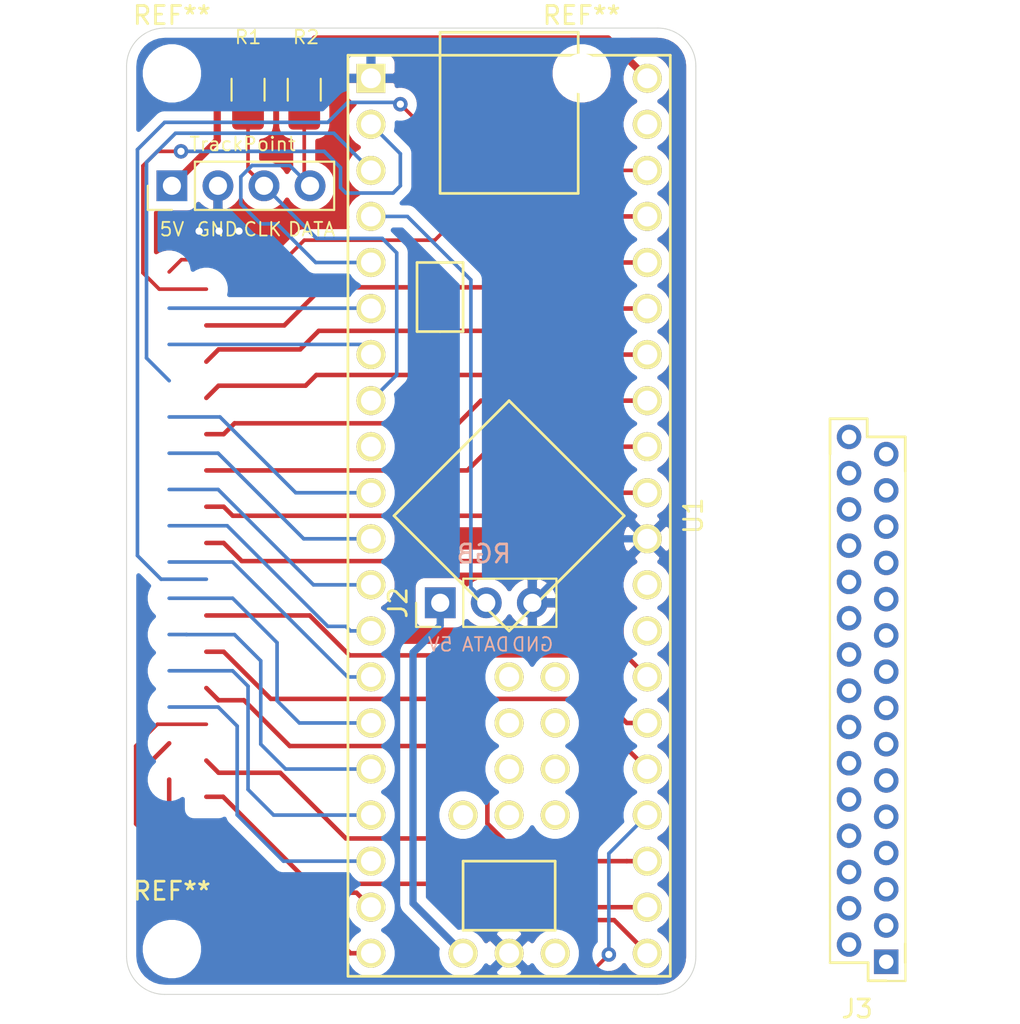
<source format=kicad_pcb>
(kicad_pcb (version 20171130) (host pcbnew "(5.1.5)-3")

  (general
    (thickness 1.6)
    (drawings 16)
    (tracks 209)
    (zones 0)
    (modules 9)
    (nets 50)
  )

  (page A4)
  (layers
    (0 F.Cu signal)
    (31 B.Cu signal)
    (32 B.Adhes user)
    (33 F.Adhes user)
    (34 B.Paste user)
    (35 F.Paste user)
    (36 B.SilkS user)
    (37 F.SilkS user)
    (38 B.Mask user)
    (39 F.Mask user)
    (40 Dwgs.User user)
    (41 Cmts.User user)
    (42 Eco1.User user)
    (43 Eco2.User user)
    (44 Edge.Cuts user)
    (45 Margin user)
    (46 B.CrtYd user)
    (47 F.CrtYd user)
    (48 B.Fab user)
    (49 F.Fab user)
  )

  (setup
    (last_trace_width 0.2)
    (user_trace_width 0.4)
    (trace_clearance 0.17)
    (zone_clearance 0.508)
    (zone_45_only no)
    (trace_min 0.2)
    (via_size 0.8)
    (via_drill 0.4)
    (via_min_size 0.4)
    (via_min_drill 0.3)
    (uvia_size 0.3)
    (uvia_drill 0.1)
    (uvias_allowed no)
    (uvia_min_size 0.2)
    (uvia_min_drill 0.1)
    (edge_width 0.05)
    (segment_width 0.2)
    (pcb_text_width 0.3)
    (pcb_text_size 1.5 1.5)
    (mod_edge_width 0.12)
    (mod_text_size 1 1)
    (mod_text_width 0.15)
    (pad_size 1.524 1.524)
    (pad_drill 0.762)
    (pad_to_mask_clearance 0.051)
    (solder_mask_min_width 0.25)
    (aux_axis_origin 0 0)
    (visible_elements 7FFFFFFF)
    (pcbplotparams
      (layerselection 0x010fc_ffffffff)
      (usegerberextensions false)
      (usegerberattributes false)
      (usegerberadvancedattributes false)
      (creategerberjobfile false)
      (excludeedgelayer true)
      (linewidth 0.100000)
      (plotframeref false)
      (viasonmask false)
      (mode 1)
      (useauxorigin false)
      (hpglpennumber 1)
      (hpglpenspeed 20)
      (hpglpendiameter 15.000000)
      (psnegative false)
      (psa4output false)
      (plotreference true)
      (plotvalue true)
      (plotinvisibletext false)
      (padsonsilk false)
      (subtractmaskfromsilk false)
      (outputformat 1)
      (mirror false)
      (drillshape 1)
      (scaleselection 1)
      (outputdirectory ""))
  )

  (net 0 "")
  (net 1 5V)
  (net 2 GND)
  (net 3 CLK)
  (net 4 DATA)
  (net 5 RGB_DATA)
  (net 6 "Net-(J3-Pad27)")
  (net 7 "Net-(J3-Pad25)")
  (net 8 "Net-(J3-Pad23)")
  (net 9 "Net-(J3-Pad21)")
  (net 10 "Net-(J3-Pad19)")
  (net 11 "Net-(J3-Pad17)")
  (net 12 "Net-(J3-Pad15)")
  (net 13 FFC13)
  (net 14 "Net-(J3-Pad11)")
  (net 15 "Net-(J3-Pad9)")
  (net 16 FFC7)
  (net 17 "Net-(J3-Pad5)")
  (net 18 FFC3)
  (net 19 FFC1)
  (net 20 FFC14)
  (net 21 FFC28)
  (net 22 FFC12)
  (net 23 FFC10)
  (net 24 FFC22)
  (net 25 FFC24)
  (net 26 FFC2)
  (net 27 FFC18)
  (net 28 FFC4)
  (net 29 FFC26)
  (net 30 FFC20)
  (net 31 FFC6)
  (net 32 FFC16)
  (net 33 FFC8)
  (net 34 "Net-(J3-Pad30)")
  (net 35 FFC29)
  (net 36 "Net-(U1-Pad9)")
  (net 37 "Net-(U1-Pad23)")
  (net 38 "Net-(U1-Pad31)")
  (net 39 "Net-(U1-Pad32)")
  (net 40 "Net-(U1-Pad42)")
  (net 41 "Net-(U1-Pad44)")
  (net 42 "Net-(U1-Pad45)")
  (net 43 "Net-(U1-Pad46)")
  (net 44 "Net-(U1-Pad47)")
  (net 45 "Net-(U1-Pad48)")
  (net 46 "Net-(U1-Pad49)")
  (net 47 "Net-(U1-Pad50)")
  (net 48 "Net-(U1-Pad51)")
  (net 49 "Net-(U1-Pad52)")

  (net_class Default "This is the default net class."
    (clearance 0.17)
    (trace_width 0.2)
    (via_dia 0.8)
    (via_drill 0.4)
    (uvia_dia 0.3)
    (uvia_drill 0.1)
    (add_net 5V)
    (add_net CLK)
    (add_net DATA)
    (add_net FFC1)
    (add_net FFC10)
    (add_net FFC12)
    (add_net FFC13)
    (add_net FFC14)
    (add_net FFC16)
    (add_net FFC18)
    (add_net FFC2)
    (add_net FFC20)
    (add_net FFC22)
    (add_net FFC24)
    (add_net FFC26)
    (add_net FFC28)
    (add_net FFC29)
    (add_net FFC3)
    (add_net FFC4)
    (add_net FFC6)
    (add_net FFC7)
    (add_net FFC8)
    (add_net GND)
    (add_net "Net-(J3-Pad11)")
    (add_net "Net-(J3-Pad15)")
    (add_net "Net-(J3-Pad17)")
    (add_net "Net-(J3-Pad19)")
    (add_net "Net-(J3-Pad21)")
    (add_net "Net-(J3-Pad23)")
    (add_net "Net-(J3-Pad25)")
    (add_net "Net-(J3-Pad27)")
    (add_net "Net-(J3-Pad30)")
    (add_net "Net-(J3-Pad5)")
    (add_net "Net-(J3-Pad9)")
    (add_net "Net-(U1-Pad23)")
    (add_net "Net-(U1-Pad31)")
    (add_net "Net-(U1-Pad32)")
    (add_net "Net-(U1-Pad42)")
    (add_net "Net-(U1-Pad44)")
    (add_net "Net-(U1-Pad45)")
    (add_net "Net-(U1-Pad46)")
    (add_net "Net-(U1-Pad47)")
    (add_net "Net-(U1-Pad48)")
    (add_net "Net-(U1-Pad49)")
    (add_net "Net-(U1-Pad50)")
    (add_net "Net-(U1-Pad51)")
    (add_net "Net-(U1-Pad52)")
    (add_net "Net-(U1-Pad9)")
    (add_net RGB_DATA)
  )

  (module teensy:Teensy2.0++ (layer F.Cu) (tedit 5A2919ED) (tstamp 5ECBDD82)
    (at 156.8 61.9 270)
    (descr 20)
    (path /5ECB772E)
    (fp_text reference U1 (at 0 -10.16 90) (layer F.SilkS)
      (effects (font (size 1 1) (thickness 0.15)))
    )
    (fp_text value Teensy++2.0 (at 0 10.16 90) (layer F.Fab)
      (effects (font (size 1 1) (thickness 0.15)))
    )
    (fp_line (start -17.78 3.81) (end -17.78 -3.81) (layer F.SilkS) (width 0.15))
    (fp_line (start -26.67 -3.81) (end -26.67 3.81) (layer F.SilkS) (width 0.15))
    (fp_line (start -17.78 -3.81) (end -26.67 -3.81) (layer F.SilkS) (width 0.15))
    (fp_line (start -17.78 3.81) (end -26.67 3.81) (layer F.SilkS) (width 0.15))
    (fp_line (start -13.97 5.08) (end -10.16 5.08) (layer F.SilkS) (width 0.15))
    (fp_line (start -10.16 5.08) (end -10.16 3.81) (layer F.SilkS) (width 0.15))
    (fp_line (start -10.16 3.81) (end -10.16 2.54) (layer F.SilkS) (width 0.15))
    (fp_line (start -10.16 2.54) (end -13.97 2.54) (layer F.SilkS) (width 0.15))
    (fp_line (start -13.97 2.54) (end -13.97 5.08) (layer F.SilkS) (width 0.15))
    (fp_line (start 22.86 2.54) (end 19.05 2.54) (layer F.SilkS) (width 0.15))
    (fp_line (start 19.05 2.54) (end 19.05 -2.54) (layer F.SilkS) (width 0.15))
    (fp_line (start 19.05 -2.54) (end 22.86 -2.54) (layer F.SilkS) (width 0.15))
    (fp_line (start 22.86 -2.54) (end 22.86 2.54) (layer F.SilkS) (width 0.15))
    (fp_line (start 0 6.35) (end -6.35 0) (layer F.SilkS) (width 0.15))
    (fp_line (start -6.35 0) (end 0 -6.35) (layer F.SilkS) (width 0.15))
    (fp_line (start 0 -6.35) (end 6.35 0) (layer F.SilkS) (width 0.15))
    (fp_line (start 6.35 0) (end 0 6.35) (layer F.SilkS) (width 0.15))
    (fp_line (start -25.4 -8.89) (end 25.4 -8.89) (layer F.SilkS) (width 0.15))
    (fp_line (start 25.4 -8.89) (end 25.4 8.89) (layer F.SilkS) (width 0.15))
    (fp_line (start 25.4 8.89) (end -25.4 8.89) (layer F.SilkS) (width 0.15))
    (fp_line (start -25.4 8.89) (end -25.4 -8.89) (layer F.SilkS) (width 0.15))
    (pad 9 thru_hole circle (at -3.81 7.62 270) (size 1.6 1.6) (drill 1.1) (layers *.Cu *.Mask F.SilkS)
      (net 36 "Net-(U1-Pad9)"))
    (pad 10 thru_hole circle (at -1.27 7.62 270) (size 1.6 1.6) (drill 1.1) (layers *.Cu *.Mask F.SilkS)
      (net 24 FFC22))
    (pad 11 thru_hole circle (at 1.27 7.62 270) (size 1.6 1.6) (drill 1.1) (layers *.Cu *.Mask F.SilkS)
      (net 30 FFC20))
    (pad 8 thru_hole circle (at -6.35 7.62 270) (size 1.6 1.6) (drill 1.1) (layers *.Cu *.Mask F.SilkS)
      (net 3 CLK))
    (pad 7 thru_hole circle (at -8.89 7.62 270) (size 1.6 1.6) (drill 1.1) (layers *.Cu *.Mask F.SilkS)
      (net 29 FFC26))
    (pad 6 thru_hole circle (at -11.43 7.62 270) (size 1.6 1.6) (drill 1.1) (layers *.Cu *.Mask F.SilkS)
      (net 21 FFC28))
    (pad 5 thru_hole circle (at -13.97 7.62 270) (size 1.6 1.6) (drill 1.1) (layers *.Cu *.Mask F.SilkS)
      (net 4 DATA))
    (pad 4 thru_hole circle (at -16.51 7.62 270) (size 1.6 1.6) (drill 1.1) (layers *.Cu *.Mask F.SilkS)
      (net 5 RGB_DATA))
    (pad 3 thru_hole circle (at -19.05 7.62 270) (size 1.6 1.6) (drill 1.1) (layers *.Cu *.Mask F.SilkS)
      (net 25 FFC24))
    (pad 2 thru_hole circle (at -21.59 7.62 270) (size 1.6 1.6) (drill 1.1) (layers *.Cu *.Mask F.SilkS)
      (net 35 FFC29))
    (pad 1 thru_hole rect (at -24.13 7.62 270) (size 1.6 1.6) (drill 1.1) (layers *.Cu *.Mask F.SilkS)
      (net 2 GND))
    (pad 12 thru_hole circle (at 3.81 7.62 270) (size 1.6 1.6) (drill 1.1) (layers *.Cu *.Mask F.SilkS)
      (net 27 FFC18))
    (pad 13 thru_hole circle (at 6.35 7.62 270) (size 1.6 1.6) (drill 1.1) (layers *.Cu *.Mask F.SilkS)
      (net 32 FFC16))
    (pad 14 thru_hole circle (at 8.89 7.62 270) (size 1.6 1.6) (drill 1.1) (layers *.Cu *.Mask F.SilkS)
      (net 20 FFC14))
    (pad 15 thru_hole circle (at 11.43 7.62 270) (size 1.6 1.6) (drill 1.1) (layers *.Cu *.Mask F.SilkS)
      (net 22 FFC12))
    (pad 16 thru_hole circle (at 13.97 7.62 270) (size 1.6 1.6) (drill 1.1) (layers *.Cu *.Mask F.SilkS)
      (net 23 FFC10))
    (pad 17 thru_hole circle (at 16.51 7.62 270) (size 1.6 1.6) (drill 1.1) (layers *.Cu *.Mask F.SilkS)
      (net 33 FFC8))
    (pad 18 thru_hole circle (at 19.05 7.62 270) (size 1.6 1.6) (drill 1.1) (layers *.Cu *.Mask F.SilkS)
      (net 31 FFC6))
    (pad 19 thru_hole circle (at 21.59 7.62 270) (size 1.6 1.6) (drill 1.1) (layers *.Cu *.Mask F.SilkS)
      (net 26 FFC2))
    (pad 20 thru_hole circle (at 24.13 7.62 270) (size 1.6 1.6) (drill 1.1) (layers *.Cu *.Mask F.SilkS)
      (net 28 FFC4))
    (pad 21 thru_hole circle (at 24.13 2.54 270) (size 1.6 1.6) (drill 1.1) (layers *.Cu *.Mask F.SilkS)
      (net 1 5V))
    (pad 22 thru_hole circle (at 24.13 0 270) (size 1.6 1.6) (drill 1.1) (layers *.Cu *.Mask F.SilkS)
      (net 2 GND))
    (pad 23 thru_hole circle (at 24.13 -2.54 270) (size 1.6 1.6) (drill 1.1) (layers *.Cu *.Mask F.SilkS)
      (net 37 "Net-(U1-Pad23)"))
    (pad 24 thru_hole circle (at 24.13 -7.62 270) (size 1.6 1.6) (drill 1.1) (layers *.Cu *.Mask F.SilkS)
      (net 19 FFC1))
    (pad 25 thru_hole circle (at 21.59 -7.62 270) (size 1.6 1.6) (drill 1.1) (layers *.Cu *.Mask F.SilkS)
      (net 18 FFC3))
    (pad 26 thru_hole circle (at 19.05 -7.62 270) (size 1.6 1.6) (drill 1.1) (layers *.Cu *.Mask F.SilkS)
      (net 16 FFC7))
    (pad 27 thru_hole circle (at 16.51 -7.62 270) (size 1.6 1.6) (drill 1.1) (layers *.Cu *.Mask F.SilkS)
      (net 17 "Net-(J3-Pad5)"))
    (pad 28 thru_hole circle (at 13.97 -7.62 270) (size 1.6 1.6) (drill 1.1) (layers *.Cu *.Mask F.SilkS)
      (net 15 "Net-(J3-Pad9)"))
    (pad 29 thru_hole circle (at 11.43 -7.62 270) (size 1.6 1.6) (drill 1.1) (layers *.Cu *.Mask F.SilkS)
      (net 14 "Net-(J3-Pad11)"))
    (pad 30 thru_hole circle (at 8.89 -7.62 270) (size 1.6 1.6) (drill 1.1) (layers *.Cu *.Mask F.SilkS)
      (net 12 "Net-(J3-Pad15)"))
    (pad 31 thru_hole circle (at 6.35 -7.62 270) (size 1.6 1.6) (drill 1.1) (layers *.Cu *.Mask F.SilkS)
      (net 38 "Net-(U1-Pad31)"))
    (pad 32 thru_hole circle (at 3.81 -7.62 270) (size 1.6 1.6) (drill 1.1) (layers *.Cu *.Mask F.SilkS)
      (net 39 "Net-(U1-Pad32)"))
    (pad 33 thru_hole circle (at 1.27 -7.62 270) (size 1.6 1.6) (drill 1.1) (layers *.Cu *.Mask F.SilkS)
      (net 2 GND))
    (pad 34 thru_hole circle (at -1.27 -7.62 270) (size 1.6 1.6) (drill 1.1) (layers *.Cu *.Mask F.SilkS)
      (net 11 "Net-(J3-Pad17)"))
    (pad 35 thru_hole circle (at -3.81 -7.62 270) (size 1.6 1.6) (drill 1.1) (layers *.Cu *.Mask F.SilkS)
      (net 10 "Net-(J3-Pad19)"))
    (pad 36 thru_hole circle (at -6.35 -7.62 270) (size 1.6 1.6) (drill 1.1) (layers *.Cu *.Mask F.SilkS)
      (net 9 "Net-(J3-Pad21)"))
    (pad 37 thru_hole circle (at -8.89 -7.62 270) (size 1.6 1.6) (drill 1.1) (layers *.Cu *.Mask F.SilkS)
      (net 8 "Net-(J3-Pad23)"))
    (pad 38 thru_hole circle (at -11.43 -7.62 270) (size 1.6 1.6) (drill 1.1) (layers *.Cu *.Mask F.SilkS)
      (net 7 "Net-(J3-Pad25)"))
    (pad 39 thru_hole circle (at -13.97 -7.62 270) (size 1.6 1.6) (drill 1.1) (layers *.Cu *.Mask F.SilkS)
      (net 6 "Net-(J3-Pad27)"))
    (pad 40 thru_hole circle (at -16.51 -7.62 270) (size 1.6 1.6) (drill 1.1) (layers *.Cu *.Mask F.SilkS)
      (net 34 "Net-(J3-Pad30)"))
    (pad 41 thru_hole circle (at -19.05 -7.62 270) (size 1.6 1.6) (drill 1.1) (layers *.Cu *.Mask F.SilkS)
      (net 13 FFC13))
    (pad 42 thru_hole circle (at -21.59 -7.62 270) (size 1.6 1.6) (drill 1.1) (layers *.Cu *.Mask F.SilkS)
      (net 40 "Net-(U1-Pad42)"))
    (pad 43 thru_hole circle (at -24.13 -7.62 270) (size 1.6 1.6) (drill 1.1) (layers *.Cu *.Mask F.SilkS)
      (net 1 5V))
    (pad 44 thru_hole circle (at 8.89 -2.54 270) (size 1.6 1.6) (drill 1.1) (layers *.Cu *.Mask F.SilkS)
      (net 41 "Net-(U1-Pad44)"))
    (pad 45 thru_hole circle (at 11.43 -2.54 270) (size 1.6 1.6) (drill 1.1) (layers *.Cu *.Mask F.SilkS)
      (net 42 "Net-(U1-Pad45)"))
    (pad 46 thru_hole circle (at 13.97 -2.54 270) (size 1.6 1.6) (drill 1.1) (layers *.Cu *.Mask F.SilkS)
      (net 43 "Net-(U1-Pad46)"))
    (pad 47 thru_hole circle (at 16.51 -2.54 270) (size 1.6 1.6) (drill 1.1) (layers *.Cu *.Mask F.SilkS)
      (net 44 "Net-(U1-Pad47)"))
    (pad 48 thru_hole circle (at 8.89 0 270) (size 1.6 1.6) (drill 1.1) (layers *.Cu *.Mask F.SilkS)
      (net 45 "Net-(U1-Pad48)"))
    (pad 49 thru_hole circle (at 11.43 0 270) (size 1.6 1.6) (drill 1.1) (layers *.Cu *.Mask F.SilkS)
      (net 46 "Net-(U1-Pad49)"))
    (pad 50 thru_hole circle (at 13.97 0 270) (size 1.6 1.6) (drill 1.1) (layers *.Cu *.Mask F.SilkS)
      (net 47 "Net-(U1-Pad50)"))
    (pad 51 thru_hole circle (at 16.51 0 270) (size 1.6 1.6) (drill 1.1) (layers *.Cu *.Mask F.SilkS)
      (net 48 "Net-(U1-Pad51)"))
    (pad 52 thru_hole circle (at 16.51 2.54 270) (size 1.6 1.6) (drill 1.1) (layers *.Cu *.Mask F.SilkS)
      (net 49 "Net-(U1-Pad52)"))
  )

  (module MountingHole:MountingHole_2.2mm_M2 (layer F.Cu) (tedit 56D1B4CB) (tstamp 5ECB9A64)
    (at 160.8 37.5)
    (descr "Mounting Hole 2.2mm, no annular, M2")
    (tags "mounting hole 2.2mm no annular m2")
    (attr virtual)
    (fp_text reference REF** (at 0 -3.2) (layer F.SilkS)
      (effects (font (size 1 1) (thickness 0.15)))
    )
    (fp_text value MountingHole_2.2mm_M2 (at 0 3.2) (layer F.Fab)
      (effects (font (size 1 1) (thickness 0.15)))
    )
    (fp_text user %R (at 0.3 0) (layer F.Fab)
      (effects (font (size 1 1) (thickness 0.15)))
    )
    (fp_circle (center 0 0) (end 2.2 0) (layer Cmts.User) (width 0.15))
    (fp_circle (center 0 0) (end 2.45 0) (layer F.CrtYd) (width 0.05))
    (pad 1 np_thru_hole circle (at 0 0) (size 2.2 2.2) (drill 2.2) (layers *.Cu *.Mask))
  )

  (module MountingHole:MountingHole_2.2mm_M2 (layer F.Cu) (tedit 56D1B4CB) (tstamp 5ECB99C8)
    (at 138.2 37.5)
    (descr "Mounting Hole 2.2mm, no annular, M2")
    (tags "mounting hole 2.2mm no annular m2")
    (attr virtual)
    (fp_text reference REF** (at 0 -3.2) (layer F.SilkS)
      (effects (font (size 1 1) (thickness 0.15)))
    )
    (fp_text value MountingHole_2.2mm_M2 (at 0 3.2) (layer F.Fab)
      (effects (font (size 1 1) (thickness 0.15)))
    )
    (fp_circle (center 0 0) (end 2.45 0) (layer F.CrtYd) (width 0.05))
    (fp_circle (center 0 0) (end 2.2 0) (layer Cmts.User) (width 0.15))
    (fp_text user %R (at 0.3 0) (layer F.Fab)
      (effects (font (size 1 1) (thickness 0.15)))
    )
    (pad 1 np_thru_hole circle (at 0 0) (size 2.2 2.2) (drill 2.2) (layers *.Cu *.Mask))
  )

  (module MountingHole:MountingHole_2.2mm_M2 (layer F.Cu) (tedit 56D1B4CB) (tstamp 5ECB9918)
    (at 138.2 85.8)
    (descr "Mounting Hole 2.2mm, no annular, M2")
    (tags "mounting hole 2.2mm no annular m2")
    (attr virtual)
    (fp_text reference REF** (at 0 -3.2) (layer F.SilkS)
      (effects (font (size 1 1) (thickness 0.15)))
    )
    (fp_text value MountingHole_2.2mm_M2 (at 0 3.2) (layer F.Fab)
      (effects (font (size 1 1) (thickness 0.15)))
    )
    (fp_circle (center 0 0) (end 2.45 0) (layer F.CrtYd) (width 0.05))
    (fp_circle (center 0 0) (end 2.2 0) (layer Cmts.User) (width 0.15))
    (fp_text user %R (at 0.3 0) (layer F.Fab)
      (effects (font (size 1 1) (thickness 0.15)))
    )
    (pad 1 np_thru_hole circle (at 0 0) (size 2.2 2.2) (drill 2.2) (layers *.Cu *.Mask))
  )

  (module Connector_PinHeader_2.54mm:PinHeader_1x04_P2.54mm_Vertical (layer F.Cu) (tedit 59FED5CC) (tstamp 5ECBDCBC)
    (at 138.2 43.7 90)
    (descr "Through hole straight pin header, 1x04, 2.54mm pitch, single row")
    (tags "Through hole pin header THT 1x04 2.54mm single row")
    (path /5ECE86A8)
    (fp_text reference TrackPoint (at 2.3 3.9 180) (layer F.SilkS)
      (effects (font (size 0.75 0.75) (thickness 0.1)))
    )
    (fp_text value Trackpoint (at 0 9.95 90) (layer F.Fab)
      (effects (font (size 1 1) (thickness 0.15)))
    )
    (fp_line (start -0.635 -1.27) (end 1.27 -1.27) (layer F.Fab) (width 0.1))
    (fp_line (start 1.27 -1.27) (end 1.27 8.89) (layer F.Fab) (width 0.1))
    (fp_line (start 1.27 8.89) (end -1.27 8.89) (layer F.Fab) (width 0.1))
    (fp_line (start -1.27 8.89) (end -1.27 -0.635) (layer F.Fab) (width 0.1))
    (fp_line (start -1.27 -0.635) (end -0.635 -1.27) (layer F.Fab) (width 0.1))
    (fp_line (start -1.33 8.95) (end 1.33 8.95) (layer F.SilkS) (width 0.12))
    (fp_line (start -1.33 1.27) (end -1.33 8.95) (layer F.SilkS) (width 0.12))
    (fp_line (start 1.33 1.27) (end 1.33 8.95) (layer F.SilkS) (width 0.12))
    (fp_line (start -1.33 1.27) (end 1.33 1.27) (layer F.SilkS) (width 0.12))
    (fp_line (start -1.33 0) (end -1.33 -1.33) (layer F.SilkS) (width 0.12))
    (fp_line (start -1.33 -1.33) (end 0 -1.33) (layer F.SilkS) (width 0.12))
    (fp_line (start -1.8 -1.8) (end -1.8 9.4) (layer F.CrtYd) (width 0.05))
    (fp_line (start -1.8 9.4) (end 1.8 9.4) (layer F.CrtYd) (width 0.05))
    (fp_line (start 1.8 9.4) (end 1.8 -1.8) (layer F.CrtYd) (width 0.05))
    (fp_line (start 1.8 -1.8) (end -1.8 -1.8) (layer F.CrtYd) (width 0.05))
    (fp_text user %R (at 0 3.81) (layer F.Fab)
      (effects (font (size 1 1) (thickness 0.15)))
    )
    (pad 1 thru_hole rect (at 0 0 90) (size 1.7 1.7) (drill 1) (layers *.Cu *.Mask)
      (net 1 5V))
    (pad 2 thru_hole oval (at 0 2.54 90) (size 1.7 1.7) (drill 1) (layers *.Cu *.Mask)
      (net 2 GND))
    (pad 3 thru_hole oval (at 0 5.08 90) (size 1.7 1.7) (drill 1) (layers *.Cu *.Mask)
      (net 3 CLK))
    (pad 4 thru_hole oval (at 0 7.62 90) (size 1.7 1.7) (drill 1) (layers *.Cu *.Mask)
      (net 4 DATA))
    (model ${KISYS3DMOD}/Connector_PinHeader_2.54mm.3dshapes/PinHeader_1x04_P2.54mm_Vertical.wrl
      (at (xyz 0 0 0))
      (scale (xyz 1 1 1))
      (rotate (xyz 0 0 0))
    )
  )

  (module Connector_PinHeader_2.54mm:PinHeader_1x03_P2.54mm_Vertical (layer F.Cu) (tedit 59FED5CC) (tstamp 5ECBDCD3)
    (at 153 66.7 90)
    (descr "Through hole straight pin header, 1x03, 2.54mm pitch, single row")
    (tags "Through hole pin header THT 1x03 2.54mm single row")
    (path /5ECE5965)
    (fp_text reference J2 (at 0 -2.33 90) (layer F.SilkS)
      (effects (font (size 1 1) (thickness 0.15)))
    )
    (fp_text value "RGB LEDs" (at 0 7.41 90) (layer F.Fab)
      (effects (font (size 1 1) (thickness 0.15)))
    )
    (fp_line (start -0.635 -1.27) (end 1.27 -1.27) (layer F.Fab) (width 0.1))
    (fp_line (start 1.27 -1.27) (end 1.27 6.35) (layer F.Fab) (width 0.1))
    (fp_line (start 1.27 6.35) (end -1.27 6.35) (layer F.Fab) (width 0.1))
    (fp_line (start -1.27 6.35) (end -1.27 -0.635) (layer F.Fab) (width 0.1))
    (fp_line (start -1.27 -0.635) (end -0.635 -1.27) (layer F.Fab) (width 0.1))
    (fp_line (start -1.33 6.41) (end 1.33 6.41) (layer F.SilkS) (width 0.12))
    (fp_line (start -1.33 1.27) (end -1.33 6.41) (layer F.SilkS) (width 0.12))
    (fp_line (start 1.33 1.27) (end 1.33 6.41) (layer F.SilkS) (width 0.12))
    (fp_line (start -1.33 1.27) (end 1.33 1.27) (layer F.SilkS) (width 0.12))
    (fp_line (start -1.33 0) (end -1.33 -1.33) (layer F.SilkS) (width 0.12))
    (fp_line (start -1.33 -1.33) (end 0 -1.33) (layer F.SilkS) (width 0.12))
    (fp_line (start -1.8 -1.8) (end -1.8 6.85) (layer F.CrtYd) (width 0.05))
    (fp_line (start -1.8 6.85) (end 1.8 6.85) (layer F.CrtYd) (width 0.05))
    (fp_line (start 1.8 6.85) (end 1.8 -1.8) (layer F.CrtYd) (width 0.05))
    (fp_line (start 1.8 -1.8) (end -1.8 -1.8) (layer F.CrtYd) (width 0.05))
    (fp_text user %R (at 0 2.54) (layer F.Fab)
      (effects (font (size 1 1) (thickness 0.15)))
    )
    (pad 1 thru_hole rect (at 0 0 90) (size 1.7 1.7) (drill 1) (layers *.Cu *.Mask)
      (net 1 5V))
    (pad 2 thru_hole oval (at 0 2.54 90) (size 1.7 1.7) (drill 1) (layers *.Cu *.Mask)
      (net 5 RGB_DATA))
    (pad 3 thru_hole oval (at 0 5.08 90) (size 1.7 1.7) (drill 1) (layers *.Cu *.Mask)
      (net 2 GND))
    (model ${KISYS3DMOD}/Connector_PinHeader_2.54mm.3dshapes/PinHeader_1x03_P2.54mm_Vertical.wrl
      (at (xyz 0 0 0))
      (scale (xyz 1 1 1))
      (rotate (xyz 0 0 0))
    )
  )

  (module custom:Con_FFC_30_2.0mm (layer F.Cu) (tedit 5E717F25) (tstamp 5ECBDD13)
    (at 177.6 86.5 180)
    (descr "Through hole straight pin header, 1x14, 2.00mm pitch, single row")
    (tags "Through hole pin header THT 1x14 2.00mm single row")
    (path /5ECBEBDB)
    (fp_text reference J3 (at 1.6 -2.6) (layer F.SilkS)
      (effects (font (size 1 1) (thickness 0.15)))
    )
    (fp_text value "30 Pin FFC" (at -3 29.06) (layer F.Fab)
      (effects (font (size 1 1) (thickness 0.15)))
    )
    (fp_text user %R (at 0 13 90) (layer F.Fab)
      (effects (font (size 1 1) (thickness 0.15)))
    )
    (fp_line (start 1.5 -1.5) (end -1.5 -1.5) (layer F.CrtYd) (width 0.05))
    (fp_line (start 1.5 27.5) (end 1.5 -1.5) (layer F.CrtYd) (width 0.05))
    (fp_line (start -1.5 27.5) (end 1.5 27.5) (layer F.CrtYd) (width 0.05))
    (fp_line (start -1.5 -1.5) (end -1.5 27.5) (layer F.CrtYd) (width 0.05))
    (fp_line (start -1.06 -1.06) (end 0 -1.06) (layer F.SilkS) (width 0.12))
    (fp_line (start -1.06 0) (end -1.06 -1.06) (layer F.SilkS) (width 0.12))
    (fp_line (start -1.06 1) (end -1.06 27.06) (layer F.SilkS) (width 0.12))
    (fp_line (start -1 -0.5) (end -0.5 -1) (layer F.Fab) (width 0.1))
    (fp_line (start -1 27) (end -1 -0.5) (layer F.Fab) (width 0.1))
    (fp_line (start 1 -1) (end 1 27) (layer F.Fab) (width 0.1))
    (fp_line (start -0.5 -1) (end 1 -1) (layer F.Fab) (width 0.1))
    (fp_text user %R (at 2.05 13.95 90) (layer F.Fab)
      (effects (font (size 1 1) (thickness 0.15)))
    )
    (fp_line (start 0.55 28.45) (end 3.55 28.45) (layer F.CrtYd) (width 0.05))
    (fp_line (start 3.1 -0.05) (end 3.11 28.01) (layer F.SilkS) (width 0.12))
    (fp_line (start 0.55 -0.55) (end 0.55 28.45) (layer F.CrtYd) (width 0.05))
    (fp_line (start 1.05 0.45) (end 1.55 -0.05) (layer F.Fab) (width 0.1))
    (fp_line (start 1.55 -0.05) (end 3.05 -0.05) (layer F.Fab) (width 0.1))
    (fp_line (start 3.55 28.45) (end 3.55 -0.55) (layer F.CrtYd) (width 0.05))
    (fp_line (start 3.05 -0.05) (end 3.05 27.95) (layer F.Fab) (width 0.1))
    (fp_line (start 3.55 -0.55) (end 0.55 -0.55) (layer F.CrtYd) (width 0.05))
    (fp_line (start 3.1 -0.05) (end 1 -0.05) (layer F.SilkS) (width 0.15))
    (fp_line (start 1 -0.05) (end 1 -1.05) (layer F.SilkS) (width 0.15))
    (fp_line (start 1 -1.05) (end 0 -1.05) (layer F.SilkS) (width 0.15))
    (fp_line (start -1.05 -0.05) (end -1.05 1) (layer F.SilkS) (width 0.15))
    (fp_line (start -1.05 27.05) (end -1.05 28.95) (layer F.SilkS) (width 0.15))
    (fp_line (start -1.05 28.95) (end 1.05 28.95) (layer F.SilkS) (width 0.15))
    (fp_line (start 1.05 28.95) (end 1.05 29.95) (layer F.SilkS) (width 0.15))
    (fp_line (start 1.05 29.95) (end 3.1 29.95) (layer F.SilkS) (width 0.15))
    (fp_line (start 3.1 29.95) (end 3.1 28) (layer F.SilkS) (width 0.15))
    (pad 27 thru_hole oval (at 0 26 180) (size 1.35 1.35) (drill 0.8) (layers *.Cu *.Mask)
      (net 6 "Net-(J3-Pad27)"))
    (pad 25 thru_hole oval (at 0 24 180) (size 1.35 1.35) (drill 0.8) (layers *.Cu *.Mask)
      (net 7 "Net-(J3-Pad25)"))
    (pad 23 thru_hole oval (at 0 22 180) (size 1.35 1.35) (drill 0.8) (layers *.Cu *.Mask)
      (net 8 "Net-(J3-Pad23)"))
    (pad 21 thru_hole oval (at 0 20 180) (size 1.35 1.35) (drill 0.8) (layers *.Cu *.Mask)
      (net 9 "Net-(J3-Pad21)"))
    (pad 19 thru_hole oval (at 0 18 180) (size 1.35 1.35) (drill 0.8) (layers *.Cu *.Mask)
      (net 10 "Net-(J3-Pad19)"))
    (pad 17 thru_hole oval (at 0 16 180) (size 1.35 1.35) (drill 0.8) (layers *.Cu *.Mask)
      (net 11 "Net-(J3-Pad17)"))
    (pad 15 thru_hole oval (at 0 14 180) (size 1.35 1.35) (drill 0.8) (layers *.Cu *.Mask)
      (net 12 "Net-(J3-Pad15)"))
    (pad 13 thru_hole oval (at 0 12 180) (size 1.35 1.35) (drill 0.8) (layers *.Cu *.Mask)
      (net 13 FFC13))
    (pad 11 thru_hole oval (at 0 10 180) (size 1.35 1.35) (drill 0.8) (layers *.Cu *.Mask)
      (net 14 "Net-(J3-Pad11)"))
    (pad 9 thru_hole oval (at 0 8 180) (size 1.35 1.35) (drill 0.8) (layers *.Cu *.Mask)
      (net 15 "Net-(J3-Pad9)"))
    (pad 7 thru_hole oval (at 0 6 180) (size 1.35 1.35) (drill 0.8) (layers *.Cu *.Mask)
      (net 16 FFC7))
    (pad 5 thru_hole oval (at 0 4 180) (size 1.35 1.35) (drill 0.8) (layers *.Cu *.Mask)
      (net 17 "Net-(J3-Pad5)"))
    (pad 3 thru_hole oval (at 0 2 180) (size 1.35 1.35) (drill 0.8) (layers *.Cu *.Mask)
      (net 18 FFC3))
    (pad 1 thru_hole rect (at 0 0 180) (size 1.35 1.35) (drill 0.8) (layers *.Cu *.Mask)
      (net 19 FFC1))
    (pad 14 thru_hole oval (at 2.05 12.95 180) (size 1.35 1.35) (drill 0.8) (layers *.Cu *.Mask)
      (net 20 FFC14))
    (pad 28 thru_hole oval (at 2.05 26.95 180) (size 1.35 1.35) (drill 0.8) (layers *.Cu *.Mask)
      (net 21 FFC28))
    (pad 12 thru_hole oval (at 2.05 10.95 180) (size 1.35 1.35) (drill 0.8) (layers *.Cu *.Mask)
      (net 22 FFC12))
    (pad 10 thru_hole oval (at 2.05 8.95 180) (size 1.35 1.35) (drill 0.8) (layers *.Cu *.Mask)
      (net 23 FFC10))
    (pad 22 thru_hole oval (at 2.05 20.95 180) (size 1.35 1.35) (drill 0.8) (layers *.Cu *.Mask)
      (net 24 FFC22))
    (pad 24 thru_hole oval (at 2.05 22.95 180) (size 1.35 1.35) (drill 0.8) (layers *.Cu *.Mask)
      (net 25 FFC24))
    (pad 2 thru_hole circle (at 2.05 0.95 180) (size 1.35 1.35) (drill 0.8) (layers *.Cu *.Mask)
      (net 26 FFC2))
    (pad 18 thru_hole oval (at 2.05 16.95 180) (size 1.35 1.35) (drill 0.8) (layers *.Cu *.Mask)
      (net 27 FFC18))
    (pad 4 thru_hole oval (at 2.05 2.95 180) (size 1.35 1.35) (drill 0.8) (layers *.Cu *.Mask)
      (net 28 FFC4))
    (pad 26 thru_hole oval (at 2.05 24.95 180) (size 1.35 1.35) (drill 0.8) (layers *.Cu *.Mask)
      (net 29 FFC26))
    (pad 20 thru_hole oval (at 2.05 18.95 180) (size 1.35 1.35) (drill 0.8) (layers *.Cu *.Mask)
      (net 30 FFC20))
    (pad 6 thru_hole oval (at 2.05 4.95 180) (size 1.35 1.35) (drill 0.8) (layers *.Cu *.Mask)
      (net 31 FFC6))
    (pad 16 thru_hole oval (at 2.05 14.95 180) (size 1.35 1.35) (drill 0.8) (layers *.Cu *.Mask)
      (net 32 FFC16))
    (pad 8 thru_hole oval (at 2.05 6.95 180) (size 1.35 1.35) (drill 0.8) (layers *.Cu *.Mask)
      (net 33 FFC8))
    (pad 30 thru_hole oval (at 2.05 28.95 180) (size 1.35 1.35) (drill 0.8) (layers *.Cu *.Mask)
      (net 34 "Net-(J3-Pad30)"))
    (pad 29 thru_hole oval (at 0 28 180) (size 1.35 1.35) (drill 0.8) (layers *.Cu *.Mask)
      (net 35 FFC29))
    (model ${KISYS3DMOD}/Connector_PinHeader_2.00mm.3dshapes/PinHeader_1x14_P2.00mm_Vertical.wrl
      (at (xyz 0 0 0))
      (scale (xyz 1 1 1))
      (rotate (xyz 0 0 0))
    )
  )

  (module Resistor_SMD:R_1206_3216Metric_Pad1.42x1.75mm_HandSolder (layer F.Cu) (tedit 5B301BBD) (tstamp 5ECBDD24)
    (at 142.4 38.4 90)
    (descr "Resistor SMD 1206 (3216 Metric), square (rectangular) end terminal, IPC_7351 nominal with elongated pad for handsoldering. (Body size source: http://www.tortai-tech.com/upload/download/2011102023233369053.pdf), generated with kicad-footprint-generator")
    (tags "resistor handsolder")
    (path /5ED13A14)
    (attr smd)
    (fp_text reference R1 (at 2.9 0) (layer F.SilkS)
      (effects (font (size 0.75 0.75) (thickness 0.1)))
    )
    (fp_text value 4.7k (at 0 1.82 90) (layer F.Fab)
      (effects (font (size 1 1) (thickness 0.15)))
    )
    (fp_text user %R (at 0 0 90) (layer F.Fab)
      (effects (font (size 0.8 0.8) (thickness 0.12)))
    )
    (fp_line (start 2.45 1.12) (end -2.45 1.12) (layer F.CrtYd) (width 0.05))
    (fp_line (start 2.45 -1.12) (end 2.45 1.12) (layer F.CrtYd) (width 0.05))
    (fp_line (start -2.45 -1.12) (end 2.45 -1.12) (layer F.CrtYd) (width 0.05))
    (fp_line (start -2.45 1.12) (end -2.45 -1.12) (layer F.CrtYd) (width 0.05))
    (fp_line (start -0.602064 0.91) (end 0.602064 0.91) (layer F.SilkS) (width 0.12))
    (fp_line (start -0.602064 -0.91) (end 0.602064 -0.91) (layer F.SilkS) (width 0.12))
    (fp_line (start 1.6 0.8) (end -1.6 0.8) (layer F.Fab) (width 0.1))
    (fp_line (start 1.6 -0.8) (end 1.6 0.8) (layer F.Fab) (width 0.1))
    (fp_line (start -1.6 -0.8) (end 1.6 -0.8) (layer F.Fab) (width 0.1))
    (fp_line (start -1.6 0.8) (end -1.6 -0.8) (layer F.Fab) (width 0.1))
    (pad 2 smd roundrect (at 1.4875 0 90) (size 1.425 1.75) (layers F.Cu F.Paste F.Mask) (roundrect_rratio 0.175439)
      (net 1 5V))
    (pad 1 smd roundrect (at -1.4875 0 90) (size 1.425 1.75) (layers F.Cu F.Paste F.Mask) (roundrect_rratio 0.175439)
      (net 3 CLK))
    (model ${KISYS3DMOD}/Resistor_SMD.3dshapes/R_1206_3216Metric.wrl
      (at (xyz 0 0 0))
      (scale (xyz 1 1 1))
      (rotate (xyz 0 0 0))
    )
  )

  (module Resistor_SMD:R_1206_3216Metric_Pad1.42x1.75mm_HandSolder (layer F.Cu) (tedit 5B301BBD) (tstamp 5ECBDD35)
    (at 145.5 38.4 270)
    (descr "Resistor SMD 1206 (3216 Metric), square (rectangular) end terminal, IPC_7351 nominal with elongated pad for handsoldering. (Body size source: http://www.tortai-tech.com/upload/download/2011102023233369053.pdf), generated with kicad-footprint-generator")
    (tags "resistor handsolder")
    (path /5ED1288C)
    (attr smd)
    (fp_text reference R2 (at -2.9 -0.1 180) (layer F.SilkS)
      (effects (font (size 0.75 0.75) (thickness 0.1)))
    )
    (fp_text value 4.7k (at 0 1.82 90) (layer F.Fab)
      (effects (font (size 1 1) (thickness 0.15)))
    )
    (fp_line (start -1.6 0.8) (end -1.6 -0.8) (layer F.Fab) (width 0.1))
    (fp_line (start -1.6 -0.8) (end 1.6 -0.8) (layer F.Fab) (width 0.1))
    (fp_line (start 1.6 -0.8) (end 1.6 0.8) (layer F.Fab) (width 0.1))
    (fp_line (start 1.6 0.8) (end -1.6 0.8) (layer F.Fab) (width 0.1))
    (fp_line (start -0.602064 -0.91) (end 0.602064 -0.91) (layer F.SilkS) (width 0.12))
    (fp_line (start -0.602064 0.91) (end 0.602064 0.91) (layer F.SilkS) (width 0.12))
    (fp_line (start -2.45 1.12) (end -2.45 -1.12) (layer F.CrtYd) (width 0.05))
    (fp_line (start -2.45 -1.12) (end 2.45 -1.12) (layer F.CrtYd) (width 0.05))
    (fp_line (start 2.45 -1.12) (end 2.45 1.12) (layer F.CrtYd) (width 0.05))
    (fp_line (start 2.45 1.12) (end -2.45 1.12) (layer F.CrtYd) (width 0.05))
    (fp_text user %R (at 0 0 90) (layer F.Fab)
      (effects (font (size 0.8 0.8) (thickness 0.12)))
    )
    (pad 1 smd roundrect (at -1.4875 0 270) (size 1.425 1.75) (layers F.Cu F.Paste F.Mask) (roundrect_rratio 0.175439)
      (net 1 5V))
    (pad 2 smd roundrect (at 1.4875 0 270) (size 1.425 1.75) (layers F.Cu F.Paste F.Mask) (roundrect_rratio 0.175439)
      (net 4 DATA))
    (model ${KISYS3DMOD}/Resistor_SMD.3dshapes/R_1206_3216Metric.wrl
      (at (xyz 0 0 0))
      (scale (xyz 1 1 1))
      (rotate (xyz 0 0 0))
    )
  )

  (gr_text 5V (at 153 69) (layer B.SilkS) (tstamp 5ECBA055)
    (effects (font (size 0.75 0.75) (thickness 0.1)) (justify mirror))
  )
  (gr_text GND (at 158.1 69) (layer B.SilkS) (tstamp 5ECBA053)
    (effects (font (size 0.75 0.75) (thickness 0.1)) (justify mirror))
  )
  (gr_text DATA (at 155.5 69) (layer B.SilkS)
    (effects (font (size 0.75 0.75) (thickness 0.1)) (justify mirror))
  )
  (gr_text RGB (at 155.4 64) (layer B.SilkS)
    (effects (font (size 1 1) (thickness 0.15)) (justify mirror))
  )
  (gr_arc (start 137.8 86.2) (end 135.7 86.2) (angle -90) (layer Edge.Cuts) (width 0.05) (tstamp 5ECB9ED2))
  (gr_arc (start 165 86.2) (end 165 88.3) (angle -90) (layer Edge.Cuts) (width 0.05) (tstamp 5ECB9ECD))
  (gr_arc (start 165 37.1) (end 167.1 37.1) (angle -90) (layer Edge.Cuts) (width 0.05) (tstamp 5ECB9EC8))
  (gr_arc (start 137.8 37.1) (end 137.8 35) (angle -90) (layer Edge.Cuts) (width 0.05))
  (gr_text 5V (at 138.2 46.1) (layer F.SilkS) (tstamp 5ECB9E2E)
    (effects (font (size 0.75 0.75) (thickness 0.1)))
  )
  (gr_text DATA (at 145.9 46.1) (layer F.SilkS) (tstamp 5ECB9E29)
    (effects (font (size 0.75 0.75) (thickness 0.1)))
  )
  (gr_text "CLK\n" (at 143.2 46.1) (layer F.SilkS) (tstamp 5ECB9E27)
    (effects (font (size 0.75 0.75) (thickness 0.1)))
  )
  (gr_text GND (at 140.7 46.1) (layer F.SilkS)
    (effects (font (size 0.75 0.75) (thickness 0.1)))
  )
  (gr_line (start 167.1 37.1) (end 167.1 86.2) (layer Edge.Cuts) (width 0.05) (tstamp 5ECB9D4B))
  (gr_line (start 137.8 88.3) (end 165 88.3) (layer Edge.Cuts) (width 0.05))
  (gr_line (start 135.7 37.1) (end 135.7 86.2) (layer Edge.Cuts) (width 0.05))
  (gr_line (start 165 35) (end 137.8 35) (layer Edge.Cuts) (width 0.05))

  (segment (start 153 67.95) (end 151.5 69.45) (width 0.4) (layer B.Cu) (net 1))
  (segment (start 153 66.7) (end 153 67.95) (width 0.4) (layer B.Cu) (net 1))
  (segment (start 151.5 83.27) (end 154.26 86.03) (width 0.4) (layer B.Cu) (net 1))
  (segment (start 151.5 69.45) (end 151.5 83.27) (width 0.4) (layer B.Cu) (net 1))
  (segment (start 145.5 36.9125) (end 142.4 36.9125) (width 0.4) (layer F.Cu) (net 1))
  (segment (start 140.7 37.7375) (end 141.525 36.9125) (width 0.4) (layer F.Cu) (net 1))
  (segment (start 141.525 36.9125) (end 142.4 36.9125) (width 0.4) (layer F.Cu) (net 1))
  (segment (start 140.7 41.2) (end 140.7 37.7375) (width 0.4) (layer F.Cu) (net 1))
  (segment (start 138.2 43.7) (end 140.7 41.2) (width 0.4) (layer F.Cu) (net 1))
  (segment (start 164.42 37.77) (end 162.25 35.6) (width 0.4) (layer F.Cu) (net 1))
  (segment (start 145.5 36.2) (end 145.5 36.9125) (width 0.4) (layer F.Cu) (net 1))
  (segment (start 146.1 35.6) (end 145.5 36.2) (width 0.4) (layer F.Cu) (net 1))
  (segment (start 162.25 35.6) (end 146.1 35.6) (width 0.4) (layer F.Cu) (net 1))
  (segment (start 161.61 63.17) (end 164.42 63.17) (width 0.4) (layer B.Cu) (net 2))
  (segment (start 158.08 66.7) (end 161.61 63.17) (width 0.4) (layer B.Cu) (net 2))
  (via (at 140.8 46.2) (size 0.8) (drill 0.4) (layers F.Cu B.Cu) (net 2))
  (via (at 141.9 46.2) (size 0.8) (drill 0.4) (layers F.Cu B.Cu) (net 2))
  (via (at 139.7 46.2) (size 0.8) (drill 0.4) (layers F.Cu B.Cu) (net 2))
  (segment (start 142.4 42.82) (end 143.28 43.7) (width 0.2) (layer F.Cu) (net 3))
  (segment (start 142.4 39.8875) (end 142.4 42.82) (width 0.2) (layer F.Cu) (net 3))
  (segment (start 149.18 55.55) (end 150.6 54.13) (width 0.2) (layer B.Cu) (net 3))
  (segment (start 150.6 54.13) (end 150.6 47.4) (width 0.2) (layer B.Cu) (net 3))
  (segment (start 150.6 47.4) (end 149.8 46.6) (width 0.2) (layer B.Cu) (net 3))
  (segment (start 146.18 46.6) (end 143.28 43.7) (width 0.2) (layer B.Cu) (net 3))
  (segment (start 149.8 46.6) (end 146.18 46.6) (width 0.2) (layer B.Cu) (net 3))
  (segment (start 145.5 43.38) (end 145.82 43.7) (width 0.2) (layer F.Cu) (net 4))
  (segment (start 145.5 39.8875) (end 145.5 43.38) (width 0.2) (layer F.Cu) (net 4))
  (segment (start 149.18 47.93) (end 146.13 47.93) (width 0.2) (layer B.Cu) (net 4))
  (segment (start 146.13 47.93) (end 144 45.8) (width 0.2) (layer B.Cu) (net 4))
  (segment (start 144 45.8) (end 143.1 45.8) (width 0.2) (layer B.Cu) (net 4))
  (segment (start 143.1 45.8) (end 142 44.7) (width 0.2) (layer B.Cu) (net 4))
  (segment (start 142 44.7) (end 142 43.2) (width 0.2) (layer B.Cu) (net 4))
  (segment (start 144.970001 42.850001) (end 145.82 43.7) (width 0.2) (layer B.Cu) (net 4))
  (segment (start 142.620001 42.579999) (end 144.699999 42.579999) (width 0.2) (layer B.Cu) (net 4))
  (segment (start 144.699999 42.579999) (end 144.970001 42.850001) (width 0.2) (layer B.Cu) (net 4))
  (segment (start 142 43.2) (end 142.620001 42.579999) (width 0.2) (layer B.Cu) (net 4))
  (segment (start 154.690001 65.850001) (end 154.690001 48.890001) (width 0.2) (layer B.Cu) (net 5))
  (segment (start 155.54 66.7) (end 154.690001 65.850001) (width 0.2) (layer B.Cu) (net 5))
  (segment (start 151.19 45.39) (end 149.18 45.39) (width 0.2) (layer B.Cu) (net 5))
  (segment (start 154.690001 48.890001) (end 151.19 45.39) (width 0.2) (layer B.Cu) (net 5))
  (segment (start 140.1 51.4) (end 144.4 51.4) (width 0.25) (layer F.Cu) (net 6))
  (segment (start 144.4 51.4) (end 146.5 49.3) (width 0.25) (layer F.Cu) (net 6))
  (segment (start 146.5 49.3) (end 156.4 49.3) (width 0.25) (layer F.Cu) (net 6))
  (segment (start 157.77 47.93) (end 164.42 47.93) (width 0.25) (layer F.Cu) (net 6))
  (segment (start 156.4 49.3) (end 157.77 47.93) (width 0.25) (layer F.Cu) (net 6))
  (segment (start 140.774999 52.725001) (end 145.274999 52.725001) (width 0.25) (layer F.Cu) (net 7))
  (segment (start 140.1 53.4) (end 140.774999 52.725001) (width 0.25) (layer F.Cu) (net 7))
  (segment (start 145.274999 52.725001) (end 146.3 51.7) (width 0.25) (layer F.Cu) (net 7))
  (segment (start 146.3 51.7) (end 156.9 51.7) (width 0.25) (layer F.Cu) (net 7))
  (segment (start 158.13 50.47) (end 164.42 50.47) (width 0.25) (layer F.Cu) (net 7))
  (segment (start 156.9 51.7) (end 158.13 50.47) (width 0.25) (layer F.Cu) (net 7))
  (segment (start 140.774999 54.725001) (end 145.574999 54.725001) (width 0.25) (layer F.Cu) (net 8))
  (segment (start 140.1 55.4) (end 140.774999 54.725001) (width 0.25) (layer F.Cu) (net 8))
  (segment (start 146.164999 54.135001) (end 157.964999 54.135001) (width 0.25) (layer F.Cu) (net 8))
  (segment (start 145.574999 54.725001) (end 146.164999 54.135001) (width 0.25) (layer F.Cu) (net 8))
  (segment (start 159.09 53.01) (end 164.42 53.01) (width 0.25) (layer F.Cu) (net 8))
  (segment (start 157.964999 54.135001) (end 159.09 53.01) (width 0.25) (layer F.Cu) (net 8))
  (segment (start 141.054594 57.4) (end 141.654594 56.8) (width 0.25) (layer F.Cu) (net 9))
  (segment (start 140.1 57.4) (end 141.054594 57.4) (width 0.25) (layer F.Cu) (net 9))
  (segment (start 141.654594 56.8) (end 154 56.8) (width 0.25) (layer F.Cu) (net 9))
  (segment (start 155.25 55.55) (end 164.42 55.55) (width 0.25) (layer F.Cu) (net 9))
  (segment (start 154 56.8) (end 155.25 55.55) (width 0.25) (layer F.Cu) (net 9))
  (segment (start 140.1 59.4) (end 154.5 59.4) (width 0.25) (layer F.Cu) (net 10))
  (segment (start 155.81 58.09) (end 164.42 58.09) (width 0.25) (layer F.Cu) (net 10))
  (segment (start 154.5 59.4) (end 155.81 58.09) (width 0.25) (layer F.Cu) (net 10))
  (segment (start 141.054594 61.4) (end 141.554594 61.9) (width 0.25) (layer F.Cu) (net 11))
  (segment (start 140.1 61.4) (end 141.054594 61.4) (width 0.25) (layer F.Cu) (net 11))
  (segment (start 141.554594 61.9) (end 157.3 61.9) (width 0.25) (layer F.Cu) (net 11))
  (segment (start 158.57 60.63) (end 164.42 60.63) (width 0.25) (layer F.Cu) (net 11))
  (segment (start 157.3 61.9) (end 158.57 60.63) (width 0.25) (layer F.Cu) (net 11))
  (segment (start 141.054594 63.4) (end 142.054594 64.4) (width 0.25) (layer F.Cu) (net 12))
  (segment (start 140.1 63.4) (end 141.054594 63.4) (width 0.25) (layer F.Cu) (net 12))
  (segment (start 142.054594 64.4) (end 159.7 64.4) (width 0.25) (layer F.Cu) (net 12))
  (segment (start 159.7 64.4) (end 163 67.7) (width 0.25) (layer F.Cu) (net 12))
  (segment (start 163 69.37) (end 164.42 70.79) (width 0.25) (layer F.Cu) (net 12))
  (segment (start 163 67.7) (end 163 69.37) (width 0.25) (layer F.Cu) (net 12))
  (segment (start 164.27 42.7) (end 164.42 42.85) (width 0.2) (layer F.Cu) (net 13))
  (segment (start 146.8 40.2) (end 147.9 39.1) (width 0.2) (layer B.Cu) (net 13))
  (segment (start 137.601398 65.4) (end 136.3 64.098602) (width 0.2) (layer B.Cu) (net 13))
  (segment (start 136.3 41.7) (end 137.8 40.2) (width 0.2) (layer B.Cu) (net 13))
  (segment (start 137.8 40.2) (end 146.8 40.2) (width 0.2) (layer B.Cu) (net 13))
  (segment (start 140.1 65.4) (end 137.601398 65.4) (width 0.2) (layer B.Cu) (net 13))
  (segment (start 136.3 64.098602) (end 136.3 41.7) (width 0.2) (layer B.Cu) (net 13))
  (via (at 150.8 39.2) (size 0.8) (drill 0.4) (layers F.Cu B.Cu) (net 13))
  (segment (start 147.9 39.1) (end 150.7 39.1) (width 0.2) (layer B.Cu) (net 13))
  (segment (start 150.7 39.1) (end 150.8 39.2) (width 0.2) (layer B.Cu) (net 13))
  (segment (start 154.45 42.85) (end 164.42 42.85) (width 0.2) (layer F.Cu) (net 13))
  (segment (start 150.8 39.2) (end 154.45 42.85) (width 0.2) (layer F.Cu) (net 13))
  (segment (start 140.1 67.4) (end 145.8 67.4) (width 0.25) (layer F.Cu) (net 14))
  (segment (start 145.8 67.4) (end 148 69.6) (width 0.25) (layer F.Cu) (net 14))
  (segment (start 148 69.6) (end 161.2 69.6) (width 0.25) (layer F.Cu) (net 14))
  (segment (start 161.2 69.6) (end 162.6 71) (width 0.25) (layer F.Cu) (net 14))
  (segment (start 162.6 72.64137) (end 162.6 71) (width 0.25) (layer F.Cu) (net 14))
  (segment (start 163.28863 73.33) (end 162.6 72.64137) (width 0.25) (layer F.Cu) (net 14))
  (segment (start 164.42 73.33) (end 163.28863 73.33) (width 0.25) (layer F.Cu) (net 14))
  (segment (start 141.054594 69.4) (end 143.654594 72) (width 0.25) (layer F.Cu) (net 15))
  (segment (start 140.1 69.4) (end 141.054594 69.4) (width 0.25) (layer F.Cu) (net 15))
  (segment (start 143.654594 72) (end 160.6 72) (width 0.25) (layer F.Cu) (net 15))
  (segment (start 160.6 72.05) (end 164.42 75.87) (width 0.25) (layer F.Cu) (net 15))
  (segment (start 160.6 72) (end 160.6 72.05) (width 0.25) (layer F.Cu) (net 15))
  (segment (start 140.774999 72.074999) (end 142.174999 72.074999) (width 0.25) (layer F.Cu) (net 16))
  (segment (start 140.1 71.4) (end 140.774999 72.074999) (width 0.25) (layer F.Cu) (net 16))
  (segment (start 142.174999 72.074999) (end 144.7 74.6) (width 0.25) (layer F.Cu) (net 16))
  (segment (start 144.7 74.6) (end 153.1 74.6) (width 0.25) (layer F.Cu) (net 16))
  (segment (start 153.1 74.6) (end 155.6 77.1) (width 0.25) (layer F.Cu) (net 16))
  (segment (start 163.28863 80.95) (end 164.42 80.95) (width 0.25) (layer F.Cu) (net 16))
  (segment (start 157.674998 80.95) (end 163.28863 80.95) (width 0.25) (layer F.Cu) (net 16))
  (segment (start 155.6 78.875002) (end 157.674998 80.95) (width 0.25) (layer F.Cu) (net 16))
  (segment (start 155.6 77.1) (end 155.6 78.875002) (width 0.25) (layer F.Cu) (net 16))
  (via (at 162.3 86.1) (size 0.8) (drill 0.4) (layers F.Cu B.Cu) (net 17))
  (segment (start 162.3 80.53) (end 164.42 78.41) (width 0.2) (layer B.Cu) (net 17))
  (segment (start 162.3 86.1) (end 162.3 80.53) (width 0.2) (layer B.Cu) (net 17))
  (segment (start 160.9 87.5) (end 162.3 86.1) (width 0.2) (layer F.Cu) (net 17))
  (segment (start 137.4 73.4) (end 136.2 74.6) (width 0.2) (layer F.Cu) (net 17))
  (segment (start 136.2 78.9) (end 144.8 87.5) (width 0.2) (layer F.Cu) (net 17))
  (segment (start 136.2 74.6) (end 136.2 78.9) (width 0.2) (layer F.Cu) (net 17))
  (segment (start 140.1 73.4) (end 137.4 73.4) (width 0.2) (layer F.Cu) (net 17))
  (segment (start 144.8 87.5) (end 160.9 87.5) (width 0.2) (layer F.Cu) (net 17))
  (segment (start 140.774999 76.074999) (end 144.174999 76.074999) (width 0.25) (layer F.Cu) (net 18))
  (segment (start 140.1 75.4) (end 140.774999 76.074999) (width 0.25) (layer F.Cu) (net 18))
  (segment (start 144.174999 76.074999) (end 147.8 79.7) (width 0.25) (layer F.Cu) (net 18))
  (segment (start 147.8 79.7) (end 152.7 79.7) (width 0.25) (layer F.Cu) (net 18))
  (segment (start 156.49 83.49) (end 164.42 83.49) (width 0.25) (layer F.Cu) (net 18))
  (segment (start 152.7 79.7) (end 156.49 83.49) (width 0.25) (layer F.Cu) (net 18))
  (segment (start 141.025 77.4) (end 145.825 82.2) (width 0.25) (layer F.Cu) (net 19))
  (segment (start 140.1 77.4) (end 141.025 77.4) (width 0.25) (layer F.Cu) (net 19))
  (segment (start 145.825 82.2) (end 153.3 82.2) (width 0.25) (layer F.Cu) (net 19))
  (segment (start 153.3 82.2) (end 155.3 84.2) (width 0.25) (layer F.Cu) (net 19))
  (segment (start 162.59 84.2) (end 164.42 86.03) (width 0.25) (layer F.Cu) (net 19))
  (segment (start 155.3 84.2) (end 162.59 84.2) (width 0.25) (layer F.Cu) (net 19))
  (segment (start 138.05 64.45) (end 141.55 64.45) (width 0.2) (layer B.Cu) (net 20))
  (segment (start 147.89 70.79) (end 149.18 70.79) (width 0.2) (layer B.Cu) (net 20))
  (segment (start 141.55 64.45) (end 147.89 70.79) (width 0.2) (layer B.Cu) (net 20))
  (segment (start 149.16 50.45) (end 149.18 50.47) (width 0.2) (layer B.Cu) (net 21))
  (segment (start 138.05 50.45) (end 149.16 50.45) (width 0.2) (layer B.Cu) (net 21))
  (segment (start 138.05 66.45) (end 141.55 66.45) (width 0.2) (layer B.Cu) (net 22))
  (segment (start 141.55 66.45) (end 144 68.9) (width 0.2) (layer B.Cu) (net 22))
  (segment (start 144 68.9) (end 144 72.1) (width 0.2) (layer B.Cu) (net 22))
  (segment (start 145.23 73.33) (end 149.18 73.33) (width 0.2) (layer B.Cu) (net 22))
  (segment (start 144 72.1) (end 145.23 73.33) (width 0.2) (layer B.Cu) (net 22))
  (segment (start 138.05 68.45) (end 139.004594 68.45) (width 0.2) (layer B.Cu) (net 23))
  (segment (start 139.009593 68.454999) (end 141.654999 68.454999) (width 0.2) (layer B.Cu) (net 23))
  (segment (start 139.004594 68.45) (end 139.009593 68.454999) (width 0.2) (layer B.Cu) (net 23))
  (segment (start 141.654999 68.454999) (end 143.1 69.9) (width 0.2) (layer B.Cu) (net 23))
  (segment (start 143.1 69.9) (end 143.1 74.5) (width 0.2) (layer B.Cu) (net 23))
  (segment (start 144.47 75.87) (end 149.18 75.87) (width 0.2) (layer B.Cu) (net 23))
  (segment (start 143.1 74.5) (end 144.47 75.87) (width 0.2) (layer B.Cu) (net 23))
  (segment (start 138.05 56.45) (end 140.85 56.45) (width 0.2) (layer B.Cu) (net 24))
  (segment (start 145.03 60.63) (end 149.18 60.63) (width 0.2) (layer B.Cu) (net 24))
  (segment (start 140.85 56.45) (end 145.03 60.63) (width 0.2) (layer B.Cu) (net 24))
  (segment (start 138.4 40.8) (end 147.13 40.8) (width 0.2) (layer B.Cu) (net 25))
  (segment (start 147.13 40.8) (end 149.18 42.85) (width 0.2) (layer B.Cu) (net 25))
  (segment (start 136.8 42.4) (end 138.4 40.8) (width 0.2) (layer B.Cu) (net 25))
  (segment (start 138.05 54.45) (end 136.8 53.2) (width 0.2) (layer B.Cu) (net 25))
  (segment (start 136.8 53.2) (end 136.8 42.4) (width 0.2) (layer B.Cu) (net 25))
  (segment (start 148.380001 82.690001) (end 142.290001 82.690001) (width 0.25) (layer F.Cu) (net 26))
  (segment (start 149.18 83.49) (end 148.380001 82.690001) (width 0.25) (layer F.Cu) (net 26))
  (segment (start 138.05 78.45) (end 138.05 76.45) (width 0.25) (layer F.Cu) (net 26))
  (segment (start 142.290001 82.690001) (end 138.05 78.45) (width 0.25) (layer F.Cu) (net 26))
  (segment (start 138.05 60.45) (end 140.75 60.45) (width 0.2) (layer B.Cu) (net 27))
  (segment (start 146.01 65.71) (end 149.18 65.71) (width 0.2) (layer B.Cu) (net 27))
  (segment (start 140.75 60.45) (end 146.01 65.71) (width 0.2) (layer B.Cu) (net 27))
  (segment (start 148.04863 86.03) (end 145.71863 83.7) (width 0.25) (layer F.Cu) (net 28))
  (segment (start 149.18 86.03) (end 148.04863 86.03) (width 0.25) (layer F.Cu) (net 28))
  (segment (start 145.71863 83.7) (end 142 83.7) (width 0.25) (layer F.Cu) (net 28))
  (segment (start 142 83.7) (end 136.7 78.4) (width 0.25) (layer F.Cu) (net 28))
  (segment (start 136.7 75.8) (end 138.05 74.45) (width 0.25) (layer F.Cu) (net 28))
  (segment (start 136.7 78.4) (end 136.7 75.8) (width 0.25) (layer F.Cu) (net 28))
  (segment (start 148.62 52.45) (end 149.18 53.01) (width 0.2) (layer B.Cu) (net 29))
  (segment (start 138.05 52.45) (end 148.62 52.45) (width 0.2) (layer B.Cu) (net 29))
  (segment (start 138.05 58.45) (end 140.75 58.45) (width 0.2) (layer B.Cu) (net 30))
  (segment (start 145.47 63.17) (end 149.18 63.17) (width 0.2) (layer B.Cu) (net 30))
  (segment (start 140.75 58.45) (end 145.47 63.17) (width 0.2) (layer B.Cu) (net 30))
  (segment (start 138.05 72.45) (end 140.75 72.45) (width 0.2) (layer B.Cu) (net 31))
  (segment (start 140.75 72.45) (end 141.8 73.5) (width 0.2) (layer B.Cu) (net 31))
  (segment (start 141.8 73.5) (end 141.8 78.4) (width 0.2) (layer B.Cu) (net 31))
  (segment (start 144.35 80.95) (end 149.18 80.95) (width 0.2) (layer B.Cu) (net 31))
  (segment (start 141.8 78.4) (end 144.35 80.95) (width 0.2) (layer B.Cu) (net 31))
  (segment (start 141.25 62.45) (end 138.05 62.45) (width 0.2) (layer B.Cu) (net 32))
  (segment (start 146.8 68) (end 141.25 62.45) (width 0.2) (layer B.Cu) (net 32))
  (segment (start 147.79863 68) (end 146.8 68) (width 0.2) (layer B.Cu) (net 32))
  (segment (start 149.18 68.25) (end 148.04863 68.25) (width 0.2) (layer B.Cu) (net 32))
  (segment (start 148.04863 68.25) (end 147.79863 68) (width 0.2) (layer B.Cu) (net 32))
  (segment (start 138.05 70.45) (end 141.55 70.45) (width 0.2) (layer B.Cu) (net 33))
  (segment (start 141.55 70.45) (end 142.4 71.3) (width 0.2) (layer B.Cu) (net 33))
  (segment (start 142.4 71.3) (end 142.4 77) (width 0.2) (layer B.Cu) (net 33))
  (segment (start 143.81 78.41) (end 149.18 78.41) (width 0.2) (layer B.Cu) (net 33))
  (segment (start 142.4 77) (end 143.81 78.41) (width 0.2) (layer B.Cu) (net 33))
  (segment (start 138.724999 47.775001) (end 144.424999 47.775001) (width 0.2) (layer F.Cu) (net 34))
  (segment (start 138.05 48.45) (end 138.724999 47.775001) (width 0.2) (layer F.Cu) (net 34))
  (segment (start 144.424999 47.775001) (end 145.5 46.7) (width 0.2) (layer F.Cu) (net 34))
  (segment (start 152.7 46.7) (end 154.01 45.39) (width 0.2) (layer F.Cu) (net 34))
  (segment (start 145.5 46.7) (end 152.7 46.7) (width 0.2) (layer F.Cu) (net 34))
  (segment (start 154.01 45.39) (end 164.42 45.39) (width 0.25) (layer F.Cu) (net 34))
  (segment (start 149.18 40.32) (end 149.18 40.31) (width 0.25) (layer F.Cu) (net 35))
  (segment (start 140.1 49.4) (end 137.5 49.4) (width 0.2) (layer F.Cu) (net 35))
  (segment (start 137.5 49.4) (end 136.6 48.5) (width 0.2) (layer F.Cu) (net 35))
  (segment (start 136.6 48.5) (end 136.6 42.6) (width 0.2) (layer F.Cu) (net 35))
  (via (at 138.7 41.8) (size 0.8) (drill 0.4) (layers F.Cu B.Cu) (net 35))
  (segment (start 136.6 42.6) (end 137.4 41.8) (width 0.2) (layer F.Cu) (net 35))
  (segment (start 137.4 41.8) (end 138.7 41.8) (width 0.2) (layer F.Cu) (net 35))
  (segment (start 138.7 41.8) (end 146.6 41.8) (width 0.2) (layer B.Cu) (net 35))
  (segment (start 146.6 41.8) (end 147.5 42.7) (width 0.2) (layer B.Cu) (net 35))
  (segment (start 147.5 42.7) (end 147.5 43.8) (width 0.2) (layer B.Cu) (net 35))
  (segment (start 147.5 43.8) (end 147.8 44.1) (width 0.2) (layer B.Cu) (net 35))
  (segment (start 147.8 44.1) (end 150.4 44.1) (width 0.2) (layer B.Cu) (net 35))
  (segment (start 150.4 44.1) (end 150.8 43.7) (width 0.2) (layer B.Cu) (net 35))
  (segment (start 150.8 41.93) (end 149.18 40.31) (width 0.2) (layer B.Cu) (net 35))
  (segment (start 150.8 43.7) (end 150.8 41.93) (width 0.2) (layer B.Cu) (net 35))

  (zone (net 2) (net_name GND) (layer F.Cu) (tstamp 0) (hatch edge 0.508)
    (connect_pads (clearance 0.508))
    (min_thickness 0.254)
    (fill yes (arc_segments 32) (thermal_gap 0.508) (thermal_bridge_width 0.508))
    (polygon
      (pts
        (xy 169 89.6) (xy 135.1 89.6) (xy 135.1 34) (xy 169 34)
      )
    )
    (filled_polygon
      (pts
        (xy 165.279081 35.690529) (xy 165.547538 35.771581) (xy 165.79513 35.903227) (xy 166.012443 36.080463) (xy 166.191189 36.296531)
        (xy 166.324566 36.543205) (xy 166.407489 36.811087) (xy 166.44 37.120409) (xy 166.440001 86.167712) (xy 166.409471 86.479083)
        (xy 166.32842 86.747536) (xy 166.196773 86.995129) (xy 166.019534 87.212445) (xy 165.803471 87.391188) (xy 165.556795 87.524566)
        (xy 165.288913 87.607489) (xy 164.979591 87.64) (xy 161.799446 87.64) (xy 162.304447 87.135) (xy 162.401939 87.135)
        (xy 162.601898 87.095226) (xy 162.790256 87.017205) (xy 162.959774 86.903937) (xy 163.103937 86.759774) (xy 163.144132 86.699617)
        (xy 163.14832 86.709727) (xy 163.305363 86.944759) (xy 163.505241 87.144637) (xy 163.740273 87.30168) (xy 164.001426 87.409853)
        (xy 164.278665 87.465) (xy 164.561335 87.465) (xy 164.838574 87.409853) (xy 165.099727 87.30168) (xy 165.334759 87.144637)
        (xy 165.534637 86.944759) (xy 165.69168 86.709727) (xy 165.799853 86.448574) (xy 165.855 86.171335) (xy 165.855 85.888665)
        (xy 165.799853 85.611426) (xy 165.69168 85.350273) (xy 165.534637 85.115241) (xy 165.334759 84.915363) (xy 165.102241 84.76)
        (xy 165.334759 84.604637) (xy 165.534637 84.404759) (xy 165.69168 84.169727) (xy 165.799853 83.908574) (xy 165.855 83.631335)
        (xy 165.855 83.348665) (xy 165.799853 83.071426) (xy 165.69168 82.810273) (xy 165.534637 82.575241) (xy 165.334759 82.375363)
        (xy 165.102241 82.22) (xy 165.334759 82.064637) (xy 165.534637 81.864759) (xy 165.69168 81.629727) (xy 165.799853 81.368574)
        (xy 165.855 81.091335) (xy 165.855 80.808665) (xy 165.799853 80.531426) (xy 165.69168 80.270273) (xy 165.534637 80.035241)
        (xy 165.334759 79.835363) (xy 165.102241 79.68) (xy 165.334759 79.524637) (xy 165.534637 79.324759) (xy 165.69168 79.089727)
        (xy 165.799853 78.828574) (xy 165.855 78.551335) (xy 165.855 78.268665) (xy 165.799853 77.991426) (xy 165.69168 77.730273)
        (xy 165.534637 77.495241) (xy 165.334759 77.295363) (xy 165.102241 77.14) (xy 165.334759 76.984637) (xy 165.534637 76.784759)
        (xy 165.69168 76.549727) (xy 165.799853 76.288574) (xy 165.855 76.011335) (xy 165.855 75.728665) (xy 165.799853 75.451426)
        (xy 165.69168 75.190273) (xy 165.534637 74.955241) (xy 165.334759 74.755363) (xy 165.102241 74.6) (xy 165.334759 74.444637)
        (xy 165.534637 74.244759) (xy 165.69168 74.009727) (xy 165.799853 73.748574) (xy 165.855 73.471335) (xy 165.855 73.188665)
        (xy 165.799853 72.911426) (xy 165.69168 72.650273) (xy 165.534637 72.415241) (xy 165.334759 72.215363) (xy 165.102241 72.06)
        (xy 165.334759 71.904637) (xy 165.534637 71.704759) (xy 165.69168 71.469727) (xy 165.799853 71.208574) (xy 165.855 70.931335)
        (xy 165.855 70.648665) (xy 165.799853 70.371426) (xy 165.69168 70.110273) (xy 165.534637 69.875241) (xy 165.334759 69.675363)
        (xy 165.102241 69.52) (xy 165.334759 69.364637) (xy 165.534637 69.164759) (xy 165.69168 68.929727) (xy 165.799853 68.668574)
        (xy 165.855 68.391335) (xy 165.855 68.108665) (xy 165.799853 67.831426) (xy 165.69168 67.570273) (xy 165.534637 67.335241)
        (xy 165.334759 67.135363) (xy 165.102241 66.98) (xy 165.334759 66.824637) (xy 165.534637 66.624759) (xy 165.69168 66.389727)
        (xy 165.799853 66.128574) (xy 165.855 65.851335) (xy 165.855 65.568665) (xy 165.799853 65.291426) (xy 165.69168 65.030273)
        (xy 165.534637 64.795241) (xy 165.334759 64.595363) (xy 165.100872 64.439085) (xy 165.161514 64.406671) (xy 165.233097 64.162702)
        (xy 164.42 63.349605) (xy 163.606903 64.162702) (xy 163.678486 64.406671) (xy 163.742992 64.437194) (xy 163.740273 64.43832)
        (xy 163.505241 64.595363) (xy 163.305363 64.795241) (xy 163.14832 65.030273) (xy 163.040147 65.291426) (xy 162.985 65.568665)
        (xy 162.985 65.851335) (xy 163.040147 66.128574) (xy 163.14832 66.389727) (xy 163.305363 66.624759) (xy 163.505241 66.824637)
        (xy 163.737759 66.98) (xy 163.508193 67.133391) (xy 160.263804 63.889003) (xy 160.240001 63.859999) (xy 160.124276 63.765026)
        (xy 159.992247 63.694454) (xy 159.848986 63.650997) (xy 159.737333 63.64) (xy 159.737322 63.64) (xy 159.7 63.636324)
        (xy 159.662678 63.64) (xy 150.538552 63.64) (xy 150.559853 63.588574) (xy 150.615 63.311335) (xy 150.615 63.240512)
        (xy 162.979783 63.240512) (xy 163.021213 63.52013) (xy 163.116397 63.786292) (xy 163.183329 63.911514) (xy 163.427298 63.983097)
        (xy 164.240395 63.17) (xy 164.599605 63.17) (xy 165.412702 63.983097) (xy 165.656671 63.911514) (xy 165.777571 63.656004)
        (xy 165.8463 63.381816) (xy 165.860217 63.099488) (xy 165.818787 62.81987) (xy 165.723603 62.553708) (xy 165.656671 62.428486)
        (xy 165.412702 62.356903) (xy 164.599605 63.17) (xy 164.240395 63.17) (xy 163.427298 62.356903) (xy 163.183329 62.428486)
        (xy 163.062429 62.683996) (xy 162.9937 62.958184) (xy 162.979783 63.240512) (xy 150.615 63.240512) (xy 150.615 63.028665)
        (xy 150.559853 62.751426) (xy 150.521983 62.66) (xy 157.262678 62.66) (xy 157.3 62.663676) (xy 157.337322 62.66)
        (xy 157.337333 62.66) (xy 157.448986 62.649003) (xy 157.592247 62.605546) (xy 157.724276 62.534974) (xy 157.840001 62.440001)
        (xy 157.863804 62.410997) (xy 158.884802 61.39) (xy 163.201957 61.39) (xy 163.305363 61.544759) (xy 163.505241 61.744637)
        (xy 163.739128 61.900915) (xy 163.678486 61.933329) (xy 163.606903 62.177298) (xy 164.42 62.990395) (xy 165.233097 62.177298)
        (xy 165.161514 61.933329) (xy 165.097008 61.902806) (xy 165.099727 61.90168) (xy 165.334759 61.744637) (xy 165.534637 61.544759)
        (xy 165.69168 61.309727) (xy 165.799853 61.048574) (xy 165.855 60.771335) (xy 165.855 60.488665) (xy 165.799853 60.211426)
        (xy 165.69168 59.950273) (xy 165.534637 59.715241) (xy 165.334759 59.515363) (xy 165.102241 59.36) (xy 165.334759 59.204637)
        (xy 165.534637 59.004759) (xy 165.69168 58.769727) (xy 165.799853 58.508574) (xy 165.855 58.231335) (xy 165.855 57.948665)
        (xy 165.799853 57.671426) (xy 165.69168 57.410273) (xy 165.534637 57.175241) (xy 165.334759 56.975363) (xy 165.102241 56.82)
        (xy 165.334759 56.664637) (xy 165.534637 56.464759) (xy 165.69168 56.229727) (xy 165.799853 55.968574) (xy 165.855 55.691335)
        (xy 165.855 55.408665) (xy 165.799853 55.131426) (xy 165.69168 54.870273) (xy 165.534637 54.635241) (xy 165.334759 54.435363)
        (xy 165.102241 54.28) (xy 165.334759 54.124637) (xy 165.534637 53.924759) (xy 165.69168 53.689727) (xy 165.799853 53.428574)
        (xy 165.855 53.151335) (xy 165.855 52.868665) (xy 165.799853 52.591426) (xy 165.69168 52.330273) (xy 165.534637 52.095241)
        (xy 165.334759 51.895363) (xy 165.102241 51.74) (xy 165.334759 51.584637) (xy 165.534637 51.384759) (xy 165.69168 51.149727)
        (xy 165.799853 50.888574) (xy 165.855 50.611335) (xy 165.855 50.328665) (xy 165.799853 50.051426) (xy 165.69168 49.790273)
        (xy 165.534637 49.555241) (xy 165.334759 49.355363) (xy 165.102241 49.2) (xy 165.334759 49.044637) (xy 165.534637 48.844759)
        (xy 165.69168 48.609727) (xy 165.799853 48.348574) (xy 165.855 48.071335) (xy 165.855 47.788665) (xy 165.799853 47.511426)
        (xy 165.69168 47.250273) (xy 165.534637 47.015241) (xy 165.334759 46.815363) (xy 165.102241 46.66) (xy 165.334759 46.504637)
        (xy 165.534637 46.304759) (xy 165.69168 46.069727) (xy 165.799853 45.808574) (xy 165.855 45.531335) (xy 165.855 45.248665)
        (xy 165.799853 44.971426) (xy 165.69168 44.710273) (xy 165.534637 44.475241) (xy 165.334759 44.275363) (xy 165.102241 44.12)
        (xy 165.334759 43.964637) (xy 165.534637 43.764759) (xy 165.69168 43.529727) (xy 165.799853 43.268574) (xy 165.855 42.991335)
        (xy 165.855 42.708665) (xy 165.799853 42.431426) (xy 165.69168 42.170273) (xy 165.534637 41.935241) (xy 165.334759 41.735363)
        (xy 165.102241 41.58) (xy 165.334759 41.424637) (xy 165.534637 41.224759) (xy 165.69168 40.989727) (xy 165.799853 40.728574)
        (xy 165.855 40.451335) (xy 165.855 40.168665) (xy 165.799853 39.891426) (xy 165.69168 39.630273) (xy 165.534637 39.395241)
        (xy 165.334759 39.195363) (xy 165.102241 39.04) (xy 165.334759 38.884637) (xy 165.534637 38.684759) (xy 165.69168 38.449727)
        (xy 165.799853 38.188574) (xy 165.855 37.911335) (xy 165.855 37.628665) (xy 165.799853 37.351426) (xy 165.69168 37.090273)
        (xy 165.534637 36.855241) (xy 165.334759 36.655363) (xy 165.099727 36.49832) (xy 164.838574 36.390147) (xy 164.561335 36.335)
        (xy 164.278665 36.335) (xy 164.184582 36.353714) (xy 163.490867 35.66) (xy 164.967722 35.66)
      )
    )
    (filled_polygon
      (pts
        (xy 155.262667 84.96) (xy 155.262676 84.96) (xy 155.299999 84.963676) (xy 155.337322 84.96) (xy 156.009583 84.96)
        (xy 155.986903 85.037298) (xy 156.8 85.850395) (xy 157.613097 85.037298) (xy 157.590417 84.96) (xy 158.380604 84.96)
        (xy 158.225363 85.115241) (xy 158.069085 85.349128) (xy 158.036671 85.288486) (xy 157.792702 85.216903) (xy 156.979605 86.03)
        (xy 156.993748 86.044143) (xy 156.814143 86.223748) (xy 156.8 86.209605) (xy 156.785858 86.223748) (xy 156.606253 86.044143)
        (xy 156.620395 86.03) (xy 155.807298 85.216903) (xy 155.563329 85.288486) (xy 155.532806 85.352992) (xy 155.53168 85.350273)
        (xy 155.374637 85.115241) (xy 155.214669 84.955273)
      )
    )
    (filled_polygon
      (pts
        (xy 162.24 68.014802) (xy 162.240001 69.332668) (xy 162.236324 69.37) (xy 162.240001 69.407333) (xy 162.250933 69.51832)
        (xy 162.250998 69.518985) (xy 162.275908 69.601107) (xy 161.763804 69.089003) (xy 161.740001 69.059999) (xy 161.624276 68.965026)
        (xy 161.492247 68.894454) (xy 161.348986 68.850997) (xy 161.237333 68.84) (xy 161.237322 68.84) (xy 161.2 68.836324)
        (xy 161.162678 68.84) (xy 150.488846 68.84) (xy 150.559853 68.668574) (xy 150.615 68.391335) (xy 150.615 68.108665)
        (xy 150.559853 67.831426) (xy 150.45168 67.570273) (xy 150.294637 67.335241) (xy 150.094759 67.135363) (xy 149.862241 66.98)
        (xy 150.094759 66.824637) (xy 150.294637 66.624759) (xy 150.45168 66.389727) (xy 150.559853 66.128574) (xy 150.615 65.851335)
        (xy 150.615 65.85) (xy 151.511928 65.85) (xy 151.511928 67.55) (xy 151.524188 67.674482) (xy 151.560498 67.79418)
        (xy 151.619463 67.904494) (xy 151.698815 68.001185) (xy 151.795506 68.080537) (xy 151.90582 68.139502) (xy 152.025518 68.175812)
        (xy 152.15 68.188072) (xy 153.85 68.188072) (xy 153.974482 68.175812) (xy 154.09418 68.139502) (xy 154.204494 68.080537)
        (xy 154.301185 68.001185) (xy 154.380537 67.904494) (xy 154.439502 67.79418) (xy 154.461513 67.72162) (xy 154.593368 67.853475)
        (xy 154.836589 68.01599) (xy 155.106842 68.127932) (xy 155.39374 68.185) (xy 155.68626 68.185) (xy 155.973158 68.127932)
        (xy 156.243411 68.01599) (xy 156.486632 67.853475) (xy 156.693475 67.646632) (xy 156.815195 67.464466) (xy 156.884822 67.581355)
        (xy 157.079731 67.797588) (xy 157.31308 67.971641) (xy 157.575901 68.096825) (xy 157.72311 68.141476) (xy 157.953 68.020155)
        (xy 157.953 66.827) (xy 158.207 66.827) (xy 158.207 68.020155) (xy 158.43689 68.141476) (xy 158.584099 68.096825)
        (xy 158.84692 67.971641) (xy 159.080269 67.797588) (xy 159.275178 67.581355) (xy 159.424157 67.331252) (xy 159.521481 67.056891)
        (xy 159.400814 66.827) (xy 158.207 66.827) (xy 157.953 66.827) (xy 157.933 66.827) (xy 157.933 66.573)
        (xy 157.953 66.573) (xy 157.953 65.379845) (xy 158.207 65.379845) (xy 158.207 66.573) (xy 159.400814 66.573)
        (xy 159.521481 66.343109) (xy 159.424157 66.068748) (xy 159.275178 65.818645) (xy 159.080269 65.602412) (xy 158.84692 65.428359)
        (xy 158.584099 65.303175) (xy 158.43689 65.258524) (xy 158.207 65.379845) (xy 157.953 65.379845) (xy 157.72311 65.258524)
        (xy 157.575901 65.303175) (xy 157.31308 65.428359) (xy 157.079731 65.602412) (xy 156.884822 65.818645) (xy 156.815195 65.935534)
        (xy 156.693475 65.753368) (xy 156.486632 65.546525) (xy 156.243411 65.38401) (xy 155.973158 65.272068) (xy 155.68626 65.215)
        (xy 155.39374 65.215) (xy 155.106842 65.272068) (xy 154.836589 65.38401) (xy 154.593368 65.546525) (xy 154.461513 65.67838)
        (xy 154.439502 65.60582) (xy 154.380537 65.495506) (xy 154.301185 65.398815) (xy 154.204494 65.319463) (xy 154.09418 65.260498)
        (xy 153.974482 65.224188) (xy 153.85 65.211928) (xy 152.15 65.211928) (xy 152.025518 65.224188) (xy 151.90582 65.260498)
        (xy 151.795506 65.319463) (xy 151.698815 65.398815) (xy 151.619463 65.495506) (xy 151.560498 65.60582) (xy 151.524188 65.725518)
        (xy 151.511928 65.85) (xy 150.615 65.85) (xy 150.615 65.568665) (xy 150.559853 65.291426) (xy 150.505415 65.16)
        (xy 159.385199 65.16)
      )
    )
    (filled_polygon
      (pts
        (xy 148.025506 36.439463) (xy 147.928815 36.518815) (xy 147.849463 36.615506) (xy 147.790498 36.72582) (xy 147.754188 36.845518)
        (xy 147.741928 36.97) (xy 147.745 37.48425) (xy 147.90375 37.643) (xy 149.053 37.643) (xy 149.053 37.623)
        (xy 149.307 37.623) (xy 149.307 37.643) (xy 150.45625 37.643) (xy 150.615 37.48425) (xy 150.618072 36.97)
        (xy 150.605812 36.845518) (xy 150.569502 36.72582) (xy 150.510537 36.615506) (xy 150.431185 36.518815) (xy 150.334494 36.439463)
        (xy 150.326144 36.435) (xy 159.424943 36.435) (xy 159.262463 36.678169) (xy 159.131675 36.993919) (xy 159.065 37.329117)
        (xy 159.065 37.670883) (xy 159.131675 38.006081) (xy 159.262463 38.321831) (xy 159.452337 38.605998) (xy 159.694002 38.847663)
        (xy 159.978169 39.037537) (xy 160.293919 39.168325) (xy 160.629117 39.235) (xy 160.970883 39.235) (xy 161.306081 39.168325)
        (xy 161.621831 39.037537) (xy 161.905998 38.847663) (xy 162.147663 38.605998) (xy 162.337537 38.321831) (xy 162.468325 38.006081)
        (xy 162.535 37.670883) (xy 162.535 37.329117) (xy 162.469634 37.000502) (xy 163.003714 37.534582) (xy 162.985 37.628665)
        (xy 162.985 37.911335) (xy 163.040147 38.188574) (xy 163.14832 38.449727) (xy 163.305363 38.684759) (xy 163.505241 38.884637)
        (xy 163.737759 39.04) (xy 163.505241 39.195363) (xy 163.305363 39.395241) (xy 163.14832 39.630273) (xy 163.040147 39.891426)
        (xy 162.985 40.168665) (xy 162.985 40.451335) (xy 163.040147 40.728574) (xy 163.14832 40.989727) (xy 163.305363 41.224759)
        (xy 163.505241 41.424637) (xy 163.737759 41.58) (xy 163.505241 41.735363) (xy 163.305363 41.935241) (xy 163.185252 42.115)
        (xy 154.754447 42.115) (xy 151.835 39.195554) (xy 151.835 39.098061) (xy 151.795226 38.898102) (xy 151.717205 38.709744)
        (xy 151.603937 38.540226) (xy 151.459774 38.396063) (xy 151.290256 38.282795) (xy 151.101898 38.204774) (xy 150.901939 38.165)
        (xy 150.698061 38.165) (xy 150.61575 38.181372) (xy 150.615 38.05575) (xy 150.45625 37.897) (xy 149.307 37.897)
        (xy 149.307 37.917) (xy 149.053 37.917) (xy 149.053 37.897) (xy 147.90375 37.897) (xy 147.745 38.05575)
        (xy 147.741928 38.57) (xy 147.754188 38.694482) (xy 147.790498 38.81418) (xy 147.849463 38.924494) (xy 147.928815 39.021185)
        (xy 148.025506 39.100537) (xy 148.13582 39.159502) (xy 148.255518 39.195812) (xy 148.263961 39.196643) (xy 148.065363 39.395241)
        (xy 147.90832 39.630273) (xy 147.800147 39.891426) (xy 147.745 40.168665) (xy 147.745 40.451335) (xy 147.800147 40.728574)
        (xy 147.90832 40.989727) (xy 148.065363 41.224759) (xy 148.265241 41.424637) (xy 148.497759 41.58) (xy 148.265241 41.735363)
        (xy 148.065363 41.935241) (xy 147.90832 42.170273) (xy 147.800147 42.431426) (xy 147.745 42.708665) (xy 147.745 42.991335)
        (xy 147.800147 43.268574) (xy 147.90832 43.529727) (xy 148.065363 43.764759) (xy 148.265241 43.964637) (xy 148.497759 44.12)
        (xy 148.265241 44.275363) (xy 148.065363 44.475241) (xy 147.90832 44.710273) (xy 147.800147 44.971426) (xy 147.745 45.248665)
        (xy 147.745 45.531335) (xy 147.800147 45.808574) (xy 147.864941 45.965) (xy 145.536105 45.965) (xy 145.5 45.961444)
        (xy 145.355914 45.975635) (xy 145.313886 45.988384) (xy 145.217367 46.017663) (xy 145.08968 46.085913) (xy 144.977762 46.177762)
        (xy 144.954746 46.205807) (xy 144.120553 47.040001) (xy 138.761104 47.040001) (xy 138.724999 47.036445) (xy 138.580914 47.050636)
        (xy 138.442365 47.092664) (xy 138.353806 47.14) (xy 138.314679 47.160914) (xy 138.308726 47.165799) (xy 138.179024 47.14)
        (xy 137.920976 47.14) (xy 137.667887 47.190342) (xy 137.429482 47.289093) (xy 137.335 47.352224) (xy 137.335 45.186595)
        (xy 137.35 45.188072) (xy 139.05 45.188072) (xy 139.174482 45.175812) (xy 139.29418 45.139502) (xy 139.404494 45.080537)
        (xy 139.501185 45.001185) (xy 139.580537 44.904494) (xy 139.639502 44.79418) (xy 139.663966 44.713534) (xy 139.739731 44.797588)
        (xy 139.97308 44.971641) (xy 140.235901 45.096825) (xy 140.38311 45.141476) (xy 140.613 45.020155) (xy 140.613 43.827)
        (xy 140.593 43.827) (xy 140.593 43.573) (xy 140.613 43.573) (xy 140.613 43.553) (xy 140.867 43.553)
        (xy 140.867 43.573) (xy 140.887 43.573) (xy 140.887 43.827) (xy 140.867 43.827) (xy 140.867 45.020155)
        (xy 141.09689 45.141476) (xy 141.244099 45.096825) (xy 141.50692 44.971641) (xy 141.740269 44.797588) (xy 141.935178 44.581355)
        (xy 142.004805 44.464466) (xy 142.126525 44.646632) (xy 142.333368 44.853475) (xy 142.576589 45.01599) (xy 142.846842 45.127932)
        (xy 143.13374 45.185) (xy 143.42626 45.185) (xy 143.713158 45.127932) (xy 143.983411 45.01599) (xy 144.226632 44.853475)
        (xy 144.433475 44.646632) (xy 144.55 44.47224) (xy 144.666525 44.646632) (xy 144.873368 44.853475) (xy 145.116589 45.01599)
        (xy 145.386842 45.127932) (xy 145.67374 45.185) (xy 145.96626 45.185) (xy 146.253158 45.127932) (xy 146.523411 45.01599)
        (xy 146.766632 44.853475) (xy 146.973475 44.646632) (xy 147.13599 44.403411) (xy 147.247932 44.133158) (xy 147.305 43.84626)
        (xy 147.305 43.55374) (xy 147.247932 43.266842) (xy 147.13599 42.996589) (xy 146.973475 42.753368) (xy 146.766632 42.546525)
        (xy 146.523411 42.38401) (xy 146.253158 42.272068) (xy 146.235 42.268456) (xy 146.235 41.227238) (xy 146.298254 41.221008)
        (xy 146.46485 41.170472) (xy 146.618386 41.088405) (xy 146.752962 40.977962) (xy 146.863405 40.843386) (xy 146.945472 40.68985)
        (xy 146.996008 40.523254) (xy 147.013072 40.35) (xy 147.013072 39.425) (xy 146.996008 39.251746) (xy 146.945472 39.08515)
        (xy 146.863405 38.931614) (xy 146.752962 38.797038) (xy 146.618386 38.686595) (xy 146.46485 38.604528) (xy 146.298254 38.553992)
        (xy 146.125 38.536928) (xy 144.875 38.536928) (xy 144.701746 38.553992) (xy 144.53515 38.604528) (xy 144.381614 38.686595)
        (xy 144.247038 38.797038) (xy 144.136595 38.931614) (xy 144.054528 39.08515) (xy 144.003992 39.251746) (xy 143.986928 39.425)
        (xy 143.986928 40.35) (xy 144.003992 40.523254) (xy 144.054528 40.68985) (xy 144.136595 40.843386) (xy 144.247038 40.977962)
        (xy 144.381614 41.088405) (xy 144.53515 41.170472) (xy 144.701746 41.221008) (xy 144.765 41.227238) (xy 144.765001 42.654892)
        (xy 144.666525 42.753368) (xy 144.55 42.92776) (xy 144.433475 42.753368) (xy 144.226632 42.546525) (xy 143.983411 42.38401)
        (xy 143.713158 42.272068) (xy 143.42626 42.215) (xy 143.135 42.215) (xy 143.135 41.227238) (xy 143.198254 41.221008)
        (xy 143.36485 41.170472) (xy 143.518386 41.088405) (xy 143.652962 40.977962) (xy 143.763405 40.843386) (xy 143.845472 40.68985)
        (xy 143.896008 40.523254) (xy 143.913072 40.35) (xy 143.913072 39.425) (xy 143.896008 39.251746) (xy 143.845472 39.08515)
        (xy 143.763405 38.931614) (xy 143.652962 38.797038) (xy 143.518386 38.686595) (xy 143.36485 38.604528) (xy 143.198254 38.553992)
        (xy 143.025 38.536928) (xy 141.775 38.536928) (xy 141.601746 38.553992) (xy 141.535 38.574239) (xy 141.535 38.225761)
        (xy 141.601746 38.246008) (xy 141.775 38.263072) (xy 143.025 38.263072) (xy 143.198254 38.246008) (xy 143.36485 38.195472)
        (xy 143.518386 38.113405) (xy 143.652962 38.002962) (xy 143.763405 37.868386) (xy 143.82802 37.7475) (xy 144.07198 37.7475)
        (xy 144.136595 37.868386) (xy 144.247038 38.002962) (xy 144.381614 38.113405) (xy 144.53515 38.195472) (xy 144.701746 38.246008)
        (xy 144.875 38.263072) (xy 146.125 38.263072) (xy 146.298254 38.246008) (xy 146.46485 38.195472) (xy 146.618386 38.113405)
        (xy 146.752962 38.002962) (xy 146.863405 37.868386) (xy 146.945472 37.71485) (xy 146.996008 37.548254) (xy 147.013072 37.375)
        (xy 147.013072 36.45) (xy 147.011595 36.435) (xy 148.033856 36.435)
      )
    )
  )
  (zone (net 2) (net_name GND) (layer B.Cu) (tstamp 5ECBA081) (hatch edge 0.508)
    (connect_pads (clearance 0.508))
    (min_thickness 0.254)
    (fill yes (arc_segments 32) (thermal_gap 0.508) (thermal_bridge_width 0.508))
    (polygon
      (pts
        (xy 169 89.6) (xy 135.1 89.6) (xy 135.1 34) (xy 169 34)
      )
    )
    (filled_polygon
      (pts
        (xy 165.279081 35.690529) (xy 165.547538 35.771581) (xy 165.79513 35.903227) (xy 166.012443 36.080463) (xy 166.191189 36.296531)
        (xy 166.324566 36.543205) (xy 166.407489 36.811087) (xy 166.44 37.120409) (xy 166.440001 86.167712) (xy 166.409471 86.479083)
        (xy 166.32842 86.747536) (xy 166.196773 86.995129) (xy 166.019534 87.212445) (xy 165.803471 87.391188) (xy 165.556795 87.524566)
        (xy 165.288913 87.607489) (xy 164.979591 87.64) (xy 137.832278 87.64) (xy 137.520917 87.609471) (xy 137.252464 87.52842)
        (xy 137.004871 87.396773) (xy 136.787555 87.219534) (xy 136.608812 87.003471) (xy 136.475434 86.756795) (xy 136.392511 86.488913)
        (xy 136.36 86.179591) (xy 136.36 85.629117) (xy 136.465 85.629117) (xy 136.465 85.970883) (xy 136.531675 86.306081)
        (xy 136.662463 86.621831) (xy 136.852337 86.905998) (xy 137.094002 87.147663) (xy 137.378169 87.337537) (xy 137.693919 87.468325)
        (xy 138.029117 87.535) (xy 138.370883 87.535) (xy 138.706081 87.468325) (xy 139.021831 87.337537) (xy 139.305998 87.147663)
        (xy 139.547663 86.905998) (xy 139.737537 86.621831) (xy 139.868325 86.306081) (xy 139.935 85.970883) (xy 139.935 85.629117)
        (xy 139.868325 85.293919) (xy 139.737537 84.978169) (xy 139.547663 84.694002) (xy 139.305998 84.452337) (xy 139.021831 84.262463)
        (xy 138.706081 84.131675) (xy 138.370883 84.065) (xy 138.029117 84.065) (xy 137.693919 84.131675) (xy 137.378169 84.262463)
        (xy 137.094002 84.452337) (xy 136.852337 84.694002) (xy 136.662463 84.978169) (xy 136.531675 85.293919) (xy 136.465 85.629117)
        (xy 136.36 85.629117) (xy 136.36 65.198048) (xy 136.930085 65.768133) (xy 136.889093 65.829482) (xy 136.790342 66.067887)
        (xy 136.74 66.320976) (xy 136.74 66.579024) (xy 136.790342 66.832113) (xy 136.889093 67.070518) (xy 137.032456 67.285077)
        (xy 137.197379 67.45) (xy 137.032456 67.614923) (xy 136.889093 67.829482) (xy 136.790342 68.067887) (xy 136.74 68.320976)
        (xy 136.74 68.579024) (xy 136.790342 68.832113) (xy 136.889093 69.070518) (xy 137.032456 69.285077) (xy 137.197379 69.45)
        (xy 137.032456 69.614923) (xy 136.889093 69.829482) (xy 136.790342 70.067887) (xy 136.74 70.320976) (xy 136.74 70.579024)
        (xy 136.790342 70.832113) (xy 136.889093 71.070518) (xy 137.032456 71.285077) (xy 137.197379 71.45) (xy 137.032456 71.614923)
        (xy 136.889093 71.829482) (xy 136.790342 72.067887) (xy 136.74 72.320976) (xy 136.74 72.579024) (xy 136.790342 72.832113)
        (xy 136.889093 73.070518) (xy 137.032456 73.285077) (xy 137.197379 73.45) (xy 137.032456 73.614923) (xy 136.889093 73.829482)
        (xy 136.790342 74.067887) (xy 136.74 74.320976) (xy 136.74 74.579024) (xy 136.790342 74.832113) (xy 136.889093 75.070518)
        (xy 137.032456 75.285077) (xy 137.197379 75.45) (xy 137.032456 75.614923) (xy 136.889093 75.829482) (xy 136.790342 76.067887)
        (xy 136.74 76.320976) (xy 136.74 76.579024) (xy 136.790342 76.832113) (xy 136.889093 77.070518) (xy 137.032456 77.285077)
        (xy 137.214923 77.467544) (xy 137.429482 77.610907) (xy 137.667887 77.709658) (xy 137.920976 77.76) (xy 138.179024 77.76)
        (xy 138.432113 77.709658) (xy 138.670518 77.610907) (xy 138.786928 77.533125) (xy 138.786928 78.075) (xy 138.799188 78.199482)
        (xy 138.835498 78.31918) (xy 138.894463 78.429494) (xy 138.973815 78.526185) (xy 139.070506 78.605537) (xy 139.18082 78.664502)
        (xy 139.300518 78.700812) (xy 139.425 78.713072) (xy 140.775 78.713072) (xy 140.899482 78.700812) (xy 141.01918 78.664502)
        (xy 141.099191 78.621735) (xy 141.117664 78.682633) (xy 141.185914 78.81032) (xy 141.277763 78.922238) (xy 141.305808 78.945254)
        (xy 143.804746 81.444193) (xy 143.827762 81.472238) (xy 143.855806 81.495253) (xy 143.93968 81.564087) (xy 144.067366 81.632337)
        (xy 144.205915 81.674365) (xy 144.35 81.688556) (xy 144.386105 81.685) (xy 147.945252 81.685) (xy 148.065363 81.864759)
        (xy 148.265241 82.064637) (xy 148.497759 82.22) (xy 148.265241 82.375363) (xy 148.065363 82.575241) (xy 147.90832 82.810273)
        (xy 147.800147 83.071426) (xy 147.745 83.348665) (xy 147.745 83.631335) (xy 147.800147 83.908574) (xy 147.90832 84.169727)
        (xy 148.065363 84.404759) (xy 148.265241 84.604637) (xy 148.497759 84.76) (xy 148.265241 84.915363) (xy 148.065363 85.115241)
        (xy 147.90832 85.350273) (xy 147.800147 85.611426) (xy 147.745 85.888665) (xy 147.745 86.171335) (xy 147.800147 86.448574)
        (xy 147.90832 86.709727) (xy 148.065363 86.944759) (xy 148.265241 87.144637) (xy 148.500273 87.30168) (xy 148.761426 87.409853)
        (xy 149.038665 87.465) (xy 149.321335 87.465) (xy 149.598574 87.409853) (xy 149.859727 87.30168) (xy 150.094759 87.144637)
        (xy 150.294637 86.944759) (xy 150.45168 86.709727) (xy 150.559853 86.448574) (xy 150.615 86.171335) (xy 150.615 85.888665)
        (xy 150.559853 85.611426) (xy 150.45168 85.350273) (xy 150.294637 85.115241) (xy 150.094759 84.915363) (xy 149.862241 84.76)
        (xy 150.094759 84.604637) (xy 150.294637 84.404759) (xy 150.45168 84.169727) (xy 150.559853 83.908574) (xy 150.615 83.631335)
        (xy 150.615 83.348665) (xy 150.559853 83.071426) (xy 150.45168 82.810273) (xy 150.294637 82.575241) (xy 150.094759 82.375363)
        (xy 149.862241 82.22) (xy 150.094759 82.064637) (xy 150.294637 81.864759) (xy 150.45168 81.629727) (xy 150.559853 81.368574)
        (xy 150.615 81.091335) (xy 150.615 80.808665) (xy 150.559853 80.531426) (xy 150.45168 80.270273) (xy 150.294637 80.035241)
        (xy 150.094759 79.835363) (xy 149.862241 79.68) (xy 150.094759 79.524637) (xy 150.294637 79.324759) (xy 150.45168 79.089727)
        (xy 150.559853 78.828574) (xy 150.615 78.551335) (xy 150.615 78.268665) (xy 150.559853 77.991426) (xy 150.45168 77.730273)
        (xy 150.294637 77.495241) (xy 150.094759 77.295363) (xy 149.862241 77.14) (xy 150.094759 76.984637) (xy 150.294637 76.784759)
        (xy 150.45168 76.549727) (xy 150.559853 76.288574) (xy 150.615 76.011335) (xy 150.615 75.728665) (xy 150.559853 75.451426)
        (xy 150.45168 75.190273) (xy 150.294637 74.955241) (xy 150.094759 74.755363) (xy 149.862241 74.6) (xy 150.094759 74.444637)
        (xy 150.294637 74.244759) (xy 150.45168 74.009727) (xy 150.559853 73.748574) (xy 150.615 73.471335) (xy 150.615 73.188665)
        (xy 150.559853 72.911426) (xy 150.45168 72.650273) (xy 150.294637 72.415241) (xy 150.094759 72.215363) (xy 149.862241 72.06)
        (xy 150.094759 71.904637) (xy 150.294637 71.704759) (xy 150.45168 71.469727) (xy 150.559853 71.208574) (xy 150.615 70.931335)
        (xy 150.615 70.648665) (xy 150.559853 70.371426) (xy 150.45168 70.110273) (xy 150.294637 69.875241) (xy 150.094759 69.675363)
        (xy 149.862241 69.52) (xy 150.094759 69.364637) (xy 150.294637 69.164759) (xy 150.45168 68.929727) (xy 150.559853 68.668574)
        (xy 150.615 68.391335) (xy 150.615 68.108665) (xy 150.559853 67.831426) (xy 150.45168 67.570273) (xy 150.294637 67.335241)
        (xy 150.094759 67.135363) (xy 149.862241 66.98) (xy 150.094759 66.824637) (xy 150.294637 66.624759) (xy 150.45168 66.389727)
        (xy 150.559853 66.128574) (xy 150.615 65.851335) (xy 150.615 65.568665) (xy 150.559853 65.291426) (xy 150.45168 65.030273)
        (xy 150.294637 64.795241) (xy 150.094759 64.595363) (xy 149.862241 64.44) (xy 150.094759 64.284637) (xy 150.294637 64.084759)
        (xy 150.45168 63.849727) (xy 150.559853 63.588574) (xy 150.615 63.311335) (xy 150.615 63.028665) (xy 150.559853 62.751426)
        (xy 150.45168 62.490273) (xy 150.294637 62.255241) (xy 150.094759 62.055363) (xy 149.862241 61.9) (xy 150.094759 61.744637)
        (xy 150.294637 61.544759) (xy 150.45168 61.309727) (xy 150.559853 61.048574) (xy 150.615 60.771335) (xy 150.615 60.488665)
        (xy 150.559853 60.211426) (xy 150.45168 59.950273) (xy 150.294637 59.715241) (xy 150.094759 59.515363) (xy 149.862241 59.36)
        (xy 150.094759 59.204637) (xy 150.294637 59.004759) (xy 150.45168 58.769727) (xy 150.559853 58.508574) (xy 150.615 58.231335)
        (xy 150.615 57.948665) (xy 150.559853 57.671426) (xy 150.45168 57.410273) (xy 150.294637 57.175241) (xy 150.094759 56.975363)
        (xy 149.862241 56.82) (xy 150.094759 56.664637) (xy 150.294637 56.464759) (xy 150.45168 56.229727) (xy 150.559853 55.968574)
        (xy 150.615 55.691335) (xy 150.615 55.408665) (xy 150.572822 55.196625) (xy 151.094197 54.67525) (xy 151.122237 54.652238)
        (xy 151.14525 54.624197) (xy 151.145253 54.624194) (xy 151.214086 54.540321) (xy 151.214087 54.54032) (xy 151.282337 54.412633)
        (xy 151.324365 54.274085) (xy 151.335 54.166105) (xy 151.335 54.166096) (xy 151.338555 54.130001) (xy 151.335 54.093906)
        (xy 151.335 47.436105) (xy 151.338556 47.4) (xy 151.324365 47.255915) (xy 151.282337 47.117367) (xy 151.214087 46.98968)
        (xy 151.122238 46.877762) (xy 151.094193 46.854746) (xy 150.3946 46.155154) (xy 150.414748 46.125) (xy 150.885554 46.125)
        (xy 153.955002 49.194449) (xy 153.955001 65.222269) (xy 153.85 65.211928) (xy 152.15 65.211928) (xy 152.025518 65.224188)
        (xy 151.90582 65.260498) (xy 151.795506 65.319463) (xy 151.698815 65.398815) (xy 151.619463 65.495506) (xy 151.560498 65.60582)
        (xy 151.524188 65.725518) (xy 151.511928 65.85) (xy 151.511928 67.55) (xy 151.524188 67.674482) (xy 151.560498 67.79418)
        (xy 151.619463 67.904494) (xy 151.698815 68.001185) (xy 151.736786 68.032347) (xy 150.938579 68.830554) (xy 150.906709 68.856709)
        (xy 150.830811 68.949192) (xy 150.802364 68.983855) (xy 150.724828 69.128914) (xy 150.677082 69.286312) (xy 150.66096 69.45)
        (xy 150.665 69.491019) (xy 150.665001 83.228971) (xy 150.66096 83.27) (xy 150.677082 83.433688) (xy 150.724828 83.591086)
        (xy 150.724829 83.591087) (xy 150.802365 83.736146) (xy 150.90671 83.863291) (xy 150.938574 83.889441) (xy 152.843714 85.794582)
        (xy 152.825 85.888665) (xy 152.825 86.171335) (xy 152.880147 86.448574) (xy 152.98832 86.709727) (xy 153.145363 86.944759)
        (xy 153.345241 87.144637) (xy 153.580273 87.30168) (xy 153.841426 87.409853) (xy 154.118665 87.465) (xy 154.401335 87.465)
        (xy 154.678574 87.409853) (xy 154.939727 87.30168) (xy 155.174759 87.144637) (xy 155.296694 87.022702) (xy 155.986903 87.022702)
        (xy 156.058486 87.266671) (xy 156.313996 87.387571) (xy 156.588184 87.4563) (xy 156.870512 87.470217) (xy 157.15013 87.428787)
        (xy 157.416292 87.333603) (xy 157.541514 87.266671) (xy 157.613097 87.022702) (xy 156.8 86.209605) (xy 155.986903 87.022702)
        (xy 155.296694 87.022702) (xy 155.374637 86.944759) (xy 155.530915 86.710872) (xy 155.563329 86.771514) (xy 155.807298 86.843097)
        (xy 156.620395 86.03) (xy 156.979605 86.03) (xy 157.792702 86.843097) (xy 158.036671 86.771514) (xy 158.067194 86.707008)
        (xy 158.06832 86.709727) (xy 158.225363 86.944759) (xy 158.425241 87.144637) (xy 158.660273 87.30168) (xy 158.921426 87.409853)
        (xy 159.198665 87.465) (xy 159.481335 87.465) (xy 159.758574 87.409853) (xy 160.019727 87.30168) (xy 160.254759 87.144637)
        (xy 160.454637 86.944759) (xy 160.61168 86.709727) (xy 160.719853 86.448574) (xy 160.775 86.171335) (xy 160.775 85.998061)
        (xy 161.265 85.998061) (xy 161.265 86.201939) (xy 161.304774 86.401898) (xy 161.382795 86.590256) (xy 161.496063 86.759774)
        (xy 161.640226 86.903937) (xy 161.809744 87.017205) (xy 161.998102 87.095226) (xy 162.198061 87.135) (xy 162.401939 87.135)
        (xy 162.601898 87.095226) (xy 162.790256 87.017205) (xy 162.959774 86.903937) (xy 163.103937 86.759774) (xy 163.144132 86.699617)
        (xy 163.14832 86.709727) (xy 163.305363 86.944759) (xy 163.505241 87.144637) (xy 163.740273 87.30168) (xy 164.001426 87.409853)
        (xy 164.278665 87.465) (xy 164.561335 87.465) (xy 164.838574 87.409853) (xy 165.099727 87.30168) (xy 165.334759 87.144637)
        (xy 165.534637 86.944759) (xy 165.69168 86.709727) (xy 165.799853 86.448574) (xy 165.855 86.171335) (xy 165.855 85.888665)
        (xy 165.799853 85.611426) (xy 165.69168 85.350273) (xy 165.534637 85.115241) (xy 165.334759 84.915363) (xy 165.102241 84.76)
        (xy 165.334759 84.604637) (xy 165.534637 84.404759) (xy 165.69168 84.169727) (xy 165.799853 83.908574) (xy 165.855 83.631335)
        (xy 165.855 83.348665) (xy 165.799853 83.071426) (xy 165.69168 82.810273) (xy 165.534637 82.575241) (xy 165.334759 82.375363)
        (xy 165.102241 82.22) (xy 165.334759 82.064637) (xy 165.534637 81.864759) (xy 165.69168 81.629727) (xy 165.799853 81.368574)
        (xy 165.855 81.091335) (xy 165.855 80.808665) (xy 165.799853 80.531426) (xy 165.69168 80.270273) (xy 165.534637 80.035241)
        (xy 165.334759 79.835363) (xy 165.102241 79.68) (xy 165.334759 79.524637) (xy 165.534637 79.324759) (xy 165.69168 79.089727)
        (xy 165.799853 78.828574) (xy 165.855 78.551335) (xy 165.855 78.268665) (xy 165.799853 77.991426) (xy 165.69168 77.730273)
        (xy 165.534637 77.495241) (xy 165.334759 77.295363) (xy 165.102241 77.14) (xy 165.334759 76.984637) (xy 165.534637 76.784759)
        (xy 165.69168 76.549727) (xy 165.799853 76.288574) (xy 165.855 76.011335) (xy 165.855 75.728665) (xy 165.799853 75.451426)
        (xy 165.69168 75.190273) (xy 165.534637 74.955241) (xy 165.334759 74.755363) (xy 165.102241 74.6) (xy 165.334759 74.444637)
        (xy 165.534637 74.244759) (xy 165.69168 74.009727) (xy 165.799853 73.748574) (xy 165.855 73.471335) (xy 165.855 73.188665)
        (xy 165.799853 72.911426) (xy 165.69168 72.650273) (xy 165.534637 72.415241) (xy 165.334759 72.215363) (xy 165.102241 72.06)
        (xy 165.334759 71.904637) (xy 165.534637 71.704759) (xy 165.69168 71.469727) (xy 165.799853 71.208574) (xy 165.855 70.931335)
        (xy 165.855 70.648665) (xy 165.799853 70.371426) (xy 165.69168 70.110273) (xy 165.534637 69.875241) (xy 165.334759 69.675363)
        (xy 165.102241 69.52) (xy 165.334759 69.364637) (xy 165.534637 69.164759) (xy 165.69168 68.929727) (xy 165.799853 68.668574)
        (xy 165.855 68.391335) (xy 165.855 68.108665) (xy 165.799853 67.831426) (xy 165.69168 67.570273) (xy 165.534637 67.335241)
        (xy 165.334759 67.135363) (xy 165.102241 66.98) (xy 165.334759 66.824637) (xy 165.534637 66.624759) (xy 165.69168 66.389727)
        (xy 165.799853 66.128574) (xy 165.855 65.851335) (xy 165.855 65.568665) (xy 165.799853 65.291426) (xy 165.69168 65.030273)
        (xy 165.534637 64.795241) (xy 165.334759 64.595363) (xy 165.100872 64.439085) (xy 165.161514 64.406671) (xy 165.233097 64.162702)
        (xy 164.42 63.349605) (xy 163.606903 64.162702) (xy 163.678486 64.406671) (xy 163.742992 64.437194) (xy 163.740273 64.43832)
        (xy 163.505241 64.595363) (xy 163.305363 64.795241) (xy 163.14832 65.030273) (xy 163.040147 65.291426) (xy 162.985 65.568665)
        (xy 162.985 65.851335) (xy 163.040147 66.128574) (xy 163.14832 66.389727) (xy 163.305363 66.624759) (xy 163.505241 66.824637)
        (xy 163.737759 66.98) (xy 163.505241 67.135363) (xy 163.305363 67.335241) (xy 163.14832 67.570273) (xy 163.040147 67.831426)
        (xy 162.985 68.108665) (xy 162.985 68.391335) (xy 163.040147 68.668574) (xy 163.14832 68.929727) (xy 163.305363 69.164759)
        (xy 163.505241 69.364637) (xy 163.737759 69.52) (xy 163.505241 69.675363) (xy 163.305363 69.875241) (xy 163.14832 70.110273)
        (xy 163.040147 70.371426) (xy 162.985 70.648665) (xy 162.985 70.931335) (xy 163.040147 71.208574) (xy 163.14832 71.469727)
        (xy 163.305363 71.704759) (xy 163.505241 71.904637) (xy 163.737759 72.06) (xy 163.505241 72.215363) (xy 163.305363 72.415241)
        (xy 163.14832 72.650273) (xy 163.040147 72.911426) (xy 162.985 73.188665) (xy 162.985 73.471335) (xy 163.040147 73.748574)
        (xy 163.14832 74.009727) (xy 163.305363 74.244759) (xy 163.505241 74.444637) (xy 163.737759 74.6) (xy 163.505241 74.755363)
        (xy 163.305363 74.955241) (xy 163.14832 75.190273) (xy 163.040147 75.451426) (xy 162.985 75.728665) (xy 162.985 76.011335)
        (xy 163.040147 76.288574) (xy 163.14832 76.549727) (xy 163.305363 76.784759) (xy 163.505241 76.984637) (xy 163.737759 77.14)
        (xy 163.505241 77.295363) (xy 163.305363 77.495241) (xy 163.14832 77.730273) (xy 163.040147 77.991426) (xy 162.985 78.268665)
        (xy 162.985 78.551335) (xy 163.027178 78.763375) (xy 161.805808 79.984746) (xy 161.777763 80.007762) (xy 161.685914 80.11968)
        (xy 161.62928 80.225635) (xy 161.617664 80.247367) (xy 161.575635 80.385915) (xy 161.561444 80.53) (xy 161.565001 80.566115)
        (xy 161.565 85.371289) (xy 161.496063 85.440226) (xy 161.382795 85.609744) (xy 161.304774 85.798102) (xy 161.265 85.998061)
        (xy 160.775 85.998061) (xy 160.775 85.888665) (xy 160.719853 85.611426) (xy 160.61168 85.350273) (xy 160.454637 85.115241)
        (xy 160.254759 84.915363) (xy 160.019727 84.75832) (xy 159.758574 84.650147) (xy 159.481335 84.595) (xy 159.198665 84.595)
        (xy 158.921426 84.650147) (xy 158.660273 84.75832) (xy 158.425241 84.915363) (xy 158.225363 85.115241) (xy 158.069085 85.349128)
        (xy 158.036671 85.288486) (xy 157.792702 85.216903) (xy 156.979605 86.03) (xy 156.620395 86.03) (xy 155.807298 85.216903)
        (xy 155.563329 85.288486) (xy 155.532806 85.352992) (xy 155.53168 85.350273) (xy 155.374637 85.115241) (xy 155.296694 85.037298)
        (xy 155.986903 85.037298) (xy 156.8 85.850395) (xy 157.613097 85.037298) (xy 157.541514 84.793329) (xy 157.286004 84.672429)
        (xy 157.011816 84.6037) (xy 156.729488 84.589783) (xy 156.44987 84.631213) (xy 156.183708 84.726397) (xy 156.058486 84.793329)
        (xy 155.986903 85.037298) (xy 155.296694 85.037298) (xy 155.174759 84.915363) (xy 154.939727 84.75832) (xy 154.678574 84.650147)
        (xy 154.401335 84.595) (xy 154.118665 84.595) (xy 154.024582 84.613714) (xy 152.335 82.924133) (xy 152.335 78.268665)
        (xy 152.825 78.268665) (xy 152.825 78.551335) (xy 152.880147 78.828574) (xy 152.98832 79.089727) (xy 153.145363 79.324759)
        (xy 153.345241 79.524637) (xy 153.580273 79.68168) (xy 153.841426 79.789853) (xy 154.118665 79.845) (xy 154.401335 79.845)
        (xy 154.678574 79.789853) (xy 154.939727 79.68168) (xy 155.174759 79.524637) (xy 155.374637 79.324759) (xy 155.53 79.092241)
        (xy 155.685363 79.324759) (xy 155.885241 79.524637) (xy 156.120273 79.68168) (xy 156.381426 79.789853) (xy 156.658665 79.845)
        (xy 156.941335 79.845) (xy 157.218574 79.789853) (xy 157.479727 79.68168) (xy 157.714759 79.524637) (xy 157.914637 79.324759)
        (xy 158.07 79.092241) (xy 158.225363 79.324759) (xy 158.425241 79.524637) (xy 158.660273 79.68168) (xy 158.921426 79.789853)
        (xy 159.198665 79.845) (xy 159.481335 79.845) (xy 159.758574 79.789853) (xy 160.019727 79.68168) (xy 160.254759 79.524637)
        (xy 160.454637 79.324759) (xy 160.61168 79.089727) (xy 160.719853 78.828574) (xy 160.775 78.551335) (xy 160.775 78.268665)
        (xy 160.719853 77.991426) (xy 160.61168 77.730273) (xy 160.454637 77.495241) (xy 160.254759 77.295363) (xy 160.022241 77.14)
        (xy 160.254759 76.984637) (xy 160.454637 76.784759) (xy 160.61168 76.549727) (xy 160.719853 76.288574) (xy 160.775 76.011335)
        (xy 160.775 75.728665) (xy 160.719853 75.451426) (xy 160.61168 75.190273) (xy 160.454637 74.955241) (xy 160.254759 74.755363)
        (xy 160.022241 74.6) (xy 160.254759 74.444637) (xy 160.454637 74.244759) (xy 160.61168 74.009727) (xy 160.719853 73.748574)
        (xy 160.775 73.471335) (xy 160.775 73.188665) (xy 160.719853 72.911426) (xy 160.61168 72.650273) (xy 160.454637 72.415241)
        (xy 160.254759 72.215363) (xy 160.022241 72.06) (xy 160.254759 71.904637) (xy 160.454637 71.704759) (xy 160.61168 71.469727)
        (xy 160.719853 71.208574) (xy 160.775 70.931335) (xy 160.775 70.648665) (xy 160.719853 70.371426) (xy 160.61168 70.110273)
        (xy 160.454637 69.875241) (xy 160.254759 69.675363) (xy 160.019727 69.51832) (xy 159.758574 69.410147) (xy 159.481335 69.355)
        (xy 159.198665 69.355) (xy 158.921426 69.410147) (xy 158.660273 69.51832) (xy 158.425241 69.675363) (xy 158.225363 69.875241)
        (xy 158.07 70.107759) (xy 157.914637 69.875241) (xy 157.714759 69.675363) (xy 157.479727 69.51832) (xy 157.218574 69.410147)
        (xy 156.941335 69.355) (xy 156.658665 69.355) (xy 156.381426 69.410147) (xy 156.120273 69.51832) (xy 155.885241 69.675363)
        (xy 155.685363 69.875241) (xy 155.52832 70.110273) (xy 155.420147 70.371426) (xy 155.365 70.648665) (xy 155.365 70.931335)
        (xy 155.420147 71.208574) (xy 155.52832 71.469727) (xy 155.685363 71.704759) (xy 155.885241 71.904637) (xy 156.117759 72.06)
        (xy 155.885241 72.215363) (xy 155.685363 72.415241) (xy 155.52832 72.650273) (xy 155.420147 72.911426) (xy 155.365 73.188665)
        (xy 155.365 73.471335) (xy 155.420147 73.748574) (xy 155.52832 74.009727) (xy 155.685363 74.244759) (xy 155.885241 74.444637)
        (xy 156.117759 74.6) (xy 155.885241 74.755363) (xy 155.685363 74.955241) (xy 155.52832 75.190273) (xy 155.420147 75.451426)
        (xy 155.365 75.728665) (xy 155.365 76.011335) (xy 155.420147 76.288574) (xy 155.52832 76.549727) (xy 155.685363 76.784759)
        (xy 155.885241 76.984637) (xy 156.117759 77.14) (xy 155.885241 77.295363) (xy 155.685363 77.495241) (xy 155.53 77.727759)
        (xy 155.374637 77.495241) (xy 155.174759 77.295363) (xy 154.939727 77.13832) (xy 154.678574 77.030147) (xy 154.401335 76.975)
        (xy 154.118665 76.975) (xy 153.841426 77.030147) (xy 153.580273 77.13832) (xy 153.345241 77.295363) (xy 153.145363 77.495241)
        (xy 152.98832 77.730273) (xy 152.880147 77.991426) (xy 152.825 78.268665) (xy 152.335 78.268665) (xy 152.335 69.795867)
        (xy 153.561426 68.569441) (xy 153.593291 68.543291) (xy 153.697636 68.416146) (xy 153.775172 68.271087) (xy 153.800354 68.188072)
        (xy 153.85 68.188072) (xy 153.974482 68.175812) (xy 154.09418 68.139502) (xy 154.204494 68.080537) (xy 154.301185 68.001185)
        (xy 154.380537 67.904494) (xy 154.439502 67.79418) (xy 154.461513 67.72162) (xy 154.593368 67.853475) (xy 154.836589 68.01599)
        (xy 155.106842 68.127932) (xy 155.39374 68.185) (xy 155.68626 68.185) (xy 155.973158 68.127932) (xy 156.243411 68.01599)
        (xy 156.486632 67.853475) (xy 156.693475 67.646632) (xy 156.815195 67.464466) (xy 156.884822 67.581355) (xy 157.079731 67.797588)
        (xy 157.31308 67.971641) (xy 157.575901 68.096825) (xy 157.72311 68.141476) (xy 157.953 68.020155) (xy 157.953 66.827)
        (xy 158.207 66.827) (xy 158.207 68.020155) (xy 158.43689 68.141476) (xy 158.584099 68.096825) (xy 158.84692 67.971641)
        (xy 159.080269 67.797588) (xy 159.275178 67.581355) (xy 159.424157 67.331252) (xy 159.521481 67.056891) (xy 159.400814 66.827)
        (xy 158.207 66.827) (xy 157.953 66.827) (xy 157.933 66.827) (xy 157.933 66.573) (xy 157.953 66.573)
        (xy 157.953 65.379845) (xy 158.207 65.379845) (xy 158.207 66.573) (xy 159.400814 66.573) (xy 159.521481 66.343109)
        (xy 159.424157 66.068748) (xy 159.275178 65.818645) (xy 159.080269 65.602412) (xy 158.84692 65.428359) (xy 158.584099 65.303175)
        (xy 158.43689 65.258524) (xy 158.207 65.379845) (xy 157.953 65.379845) (xy 157.72311 65.258524) (xy 157.575901 65.303175)
        (xy 157.31308 65.428359) (xy 157.079731 65.602412) (xy 156.884822 65.818645) (xy 156.815195 65.935534) (xy 156.693475 65.753368)
        (xy 156.486632 65.546525) (xy 156.243411 65.38401) (xy 155.973158 65.272068) (xy 155.68626 65.215) (xy 155.425001 65.215)
        (xy 155.425001 63.240512) (xy 162.979783 63.240512) (xy 163.021213 63.52013) (xy 163.116397 63.786292) (xy 163.183329 63.911514)
        (xy 163.427298 63.983097) (xy 164.240395 63.17) (xy 164.599605 63.17) (xy 165.412702 63.983097) (xy 165.656671 63.911514)
        (xy 165.777571 63.656004) (xy 165.8463 63.381816) (xy 165.860217 63.099488) (xy 165.818787 62.81987) (xy 165.723603 62.553708)
        (xy 165.656671 62.428486) (xy 165.412702 62.356903) (xy 164.599605 63.17) (xy 164.240395 63.17) (xy 163.427298 62.356903)
        (xy 163.183329 62.428486) (xy 163.062429 62.683996) (xy 162.9937 62.958184) (xy 162.979783 63.240512) (xy 155.425001 63.240512)
        (xy 155.425001 48.926106) (xy 155.428557 48.890001) (xy 155.414366 48.745916) (xy 155.373845 48.612337) (xy 155.372338 48.607368)
        (xy 155.304088 48.479681) (xy 155.212239 48.367763) (xy 155.184194 48.344747) (xy 151.735259 44.895813) (xy 151.712238 44.867762)
        (xy 151.60032 44.775913) (xy 151.472633 44.707663) (xy 151.334085 44.665635) (xy 151.226105 44.655) (xy 151.19 44.651444)
        (xy 151.153895 44.655) (xy 150.882318 44.655) (xy 150.922238 44.622238) (xy 150.945259 44.594187) (xy 151.294193 44.245253)
        (xy 151.322237 44.222238) (xy 151.414087 44.11032) (xy 151.482337 43.982633) (xy 151.524365 43.844085) (xy 151.535 43.736105)
        (xy 151.535 43.736096) (xy 151.538555 43.700001) (xy 151.535 43.663906) (xy 151.535 41.966105) (xy 151.538556 41.93)
        (xy 151.524365 41.785914) (xy 151.498303 41.7) (xy 151.482337 41.647367) (xy 151.414087 41.51968) (xy 151.322238 41.407762)
        (xy 151.294193 41.384746) (xy 150.572822 40.663375) (xy 150.615 40.451335) (xy 150.615 40.218478) (xy 150.698061 40.235)
        (xy 150.901939 40.235) (xy 151.101898 40.195226) (xy 151.290256 40.117205) (xy 151.459774 40.003937) (xy 151.603937 39.859774)
        (xy 151.717205 39.690256) (xy 151.795226 39.501898) (xy 151.835 39.301939) (xy 151.835 39.098061) (xy 151.795226 38.898102)
        (xy 151.717205 38.709744) (xy 151.603937 38.540226) (xy 151.459774 38.396063) (xy 151.290256 38.282795) (xy 151.101898 38.204774)
        (xy 150.901939 38.165) (xy 150.698061 38.165) (xy 150.61575 38.181372) (xy 150.615 38.05575) (xy 150.45625 37.897)
        (xy 149.307 37.897) (xy 149.307 37.917) (xy 149.053 37.917) (xy 149.053 37.897) (xy 147.90375 37.897)
        (xy 147.745 38.05575) (xy 147.743066 38.379533) (xy 147.617367 38.417663) (xy 147.48968 38.485913) (xy 147.377762 38.577762)
        (xy 147.354746 38.605807) (xy 146.495554 39.465) (xy 137.836094 39.465) (xy 137.799999 39.461445) (xy 137.763904 39.465)
        (xy 137.763895 39.465) (xy 137.655915 39.475635) (xy 137.517367 39.517663) (xy 137.38968 39.585913) (xy 137.277762 39.677762)
        (xy 137.254746 39.705807) (xy 136.36 40.600554) (xy 136.36 37.329117) (xy 136.465 37.329117) (xy 136.465 37.670883)
        (xy 136.531675 38.006081) (xy 136.662463 38.321831) (xy 136.852337 38.605998) (xy 137.094002 38.847663) (xy 137.378169 39.037537)
        (xy 137.693919 39.168325) (xy 138.029117 39.235) (xy 138.370883 39.235) (xy 138.706081 39.168325) (xy 139.021831 39.037537)
        (xy 139.305998 38.847663) (xy 139.547663 38.605998) (xy 139.737537 38.321831) (xy 139.868325 38.006081) (xy 139.935 37.670883)
        (xy 139.935 37.329117) (xy 139.868325 36.993919) (xy 139.858418 36.97) (xy 147.741928 36.97) (xy 147.745 37.48425)
        (xy 147.90375 37.643) (xy 149.053 37.643) (xy 149.053 36.49375) (xy 149.307 36.49375) (xy 149.307 37.643)
        (xy 150.45625 37.643) (xy 150.615 37.48425) (xy 150.615926 37.329117) (xy 159.065 37.329117) (xy 159.065 37.670883)
        (xy 159.131675 38.006081) (xy 159.262463 38.321831) (xy 159.452337 38.605998) (xy 159.694002 38.847663) (xy 159.978169 39.037537)
        (xy 160.293919 39.168325) (xy 160.629117 39.235) (xy 160.970883 39.235) (xy 161.306081 39.168325) (xy 161.621831 39.037537)
        (xy 161.905998 38.847663) (xy 162.147663 38.605998) (xy 162.337537 38.321831) (xy 162.468325 38.006081) (xy 162.535 37.670883)
        (xy 162.535 37.628665) (xy 162.985 37.628665) (xy 162.985 37.911335) (xy 163.040147 38.188574) (xy 163.14832 38.449727)
        (xy 163.305363 38.684759) (xy 163.505241 38.884637) (xy 163.737759 39.04) (xy 163.505241 39.195363) (xy 163.305363 39.395241)
        (xy 163.14832 39.630273) (xy 163.040147 39.891426) (xy 162.985 40.168665) (xy 162.985 40.451335) (xy 163.040147 40.728574)
        (xy 163.14832 40.989727) (xy 163.305363 41.224759) (xy 163.505241 41.424637) (xy 163.737759 41.58) (xy 163.505241 41.735363)
        (xy 163.305363 41.935241) (xy 163.14832 42.170273) (xy 163.040147 42.431426) (xy 162.985 42.708665) (xy 162.985 42.991335)
        (xy 163.040147 43.268574) (xy 163.14832 43.529727) (xy 163.305363 43.764759) (xy 163.505241 43.964637) (xy 163.737759 44.12)
        (xy 163.505241 44.275363) (xy 163.305363 44.475241) (xy 163.14832 44.710273) (xy 163.040147 44.971426) (xy 162.985 45.248665)
        (xy 162.985 45.531335) (xy 163.040147 45.808574) (xy 163.14832 46.069727) (xy 163.305363 46.304759) (xy 163.505241 46.504637)
        (xy 163.737759 46.66) (xy 163.505241 46.815363) (xy 163.305363 47.015241) (xy 163.14832 47.250273) (xy 163.040147 47.511426)
        (xy 162.985 47.788665) (xy 162.985 48.071335) (xy 163.040147 48.348574) (xy 163.14832 48.609727) (xy 163.305363 48.844759)
        (xy 163.505241 49.044637) (xy 163.737759 49.2) (xy 163.505241 49.355363) (xy 163.305363 49.555241) (xy 163.14832 49.790273)
        (xy 163.040147 50.051426) (xy 162.985 50.328665) (xy 162.985 50.611335) (xy 163.040147 50.888574) (xy 163.14832 51.149727)
        (xy 163.305363 51.384759) (xy 163.505241 51.584637) (xy 163.737759 51.74) (xy 163.505241 51.895363) (xy 163.305363 52.095241)
        (xy 163.14832 52.330273) (xy 163.040147 52.591426) (xy 162.985 52.868665) (xy 162.985 53.151335) (xy 163.040147 53.428574)
        (xy 163.14832 53.689727) (xy 163.305363 53.924759) (xy 163.505241 54.124637) (xy 163.737759 54.28) (xy 163.505241 54.435363)
        (xy 163.305363 54.635241) (xy 163.14832 54.870273) (xy 163.040147 55.131426) (xy 162.985 55.408665) (xy 162.985 55.691335)
        (xy 163.040147 55.968574) (xy 163.14832 56.229727) (xy 163.305363 56.464759) (xy 163.505241 56.664637) (xy 163.737759 56.82)
        (xy 163.505241 56.975363) (xy 163.305363 57.175241) (xy 163.14832 57.410273) (xy 163.040147 57.671426) (xy 162.985 57.948665)
        (xy 162.985 58.231335) (xy 163.040147 58.508574) (xy 163.14832 58.769727) (xy 163.305363 59.004759) (xy 163.505241 59.204637)
        (xy 163.737759 59.36) (xy 163.505241 59.515363) (xy 163.305363 59.715241) (xy 163.14832 59.950273) (xy 163.040147 60.211426)
        (xy 162.985 60.488665) (xy 162.985 60.771335) (xy 163.040147 61.048574) (xy 163.14832 61.309727) (xy 163.305363 61.544759)
        (xy 163.505241 61.744637) (xy 163.739128 61.900915) (xy 163.678486 61.933329) (xy 163.606903 62.177298) (xy 164.42 62.990395)
        (xy 165.233097 62.177298) (xy 165.161514 61.933329) (xy 165.097008 61.902806) (xy 165.099727 61.90168) (xy 165.334759 61.744637)
        (xy 165.534637 61.544759) (xy 165.69168 61.309727) (xy 165.799853 61.048574) (xy 165.855 60.771335) (xy 165.855 60.488665)
        (xy 165.799853 60.211426) (xy 165.69168 59.950273) (xy 165.534637 59.715241) (xy 165.334759 59.515363) (xy 165.102241 59.36)
        (xy 165.334759 59.204637) (xy 165.534637 59.004759) (xy 165.69168 58.769727) (xy 165.799853 58.508574) (xy 165.855 58.231335)
        (xy 165.855 57.948665) (xy 165.799853 57.671426) (xy 165.69168 57.410273) (xy 165.534637 57.175241) (xy 165.334759 56.975363)
        (xy 165.102241 56.82) (xy 165.334759 56.664637) (xy 165.534637 56.464759) (xy 165.69168 56.229727) (xy 165.799853 55.968574)
        (xy 165.855 55.691335) (xy 165.855 55.408665) (xy 165.799853 55.131426) (xy 165.69168 54.870273) (xy 165.534637 54.635241)
        (xy 165.334759 54.435363) (xy 165.102241 54.28) (xy 165.334759 54.124637) (xy 165.534637 53.924759) (xy 165.69168 53.689727)
        (xy 165.799853 53.428574) (xy 165.855 53.151335) (xy 165.855 52.868665) (xy 165.799853 52.591426) (xy 165.69168 52.330273)
        (xy 165.534637 52.095241) (xy 165.334759 51.895363) (xy 165.102241 51.74) (xy 165.334759 51.584637) (xy 165.534637 51.384759)
        (xy 165.69168 51.149727) (xy 165.799853 50.888574) (xy 165.855 50.611335) (xy 165.855 50.328665) (xy 165.799853 50.051426)
        (xy 165.69168 49.790273) (xy 165.534637 49.555241) (xy 165.334759 49.355363) (xy 165.102241 49.2) (xy 165.334759 49.044637)
        (xy 165.534637 48.844759) (xy 165.69168 48.609727) (xy 165.799853 48.348574) (xy 165.855 48.071335) (xy 165.855 47.788665)
        (xy 165.799853 47.511426) (xy 165.69168 47.250273) (xy 165.534637 47.015241) (xy 165.334759 46.815363) (xy 165.102241 46.66)
        (xy 165.334759 46.504637) (xy 165.534637 46.304759) (xy 165.69168 46.069727) (xy 165.799853 45.808574) (xy 165.855 45.531335)
        (xy 165.855 45.248665) (xy 165.799853 44.971426) (xy 165.69168 44.710273) (xy 165.534637 44.475241) (xy 165.334759 44.275363)
        (xy 165.102241 44.12) (xy 165.334759 43.964637) (xy 165.534637 43.764759) (xy 165.69168 43.529727) (xy 165.799853 43.268574)
        (xy 165.855 42.991335) (xy 165.855 42.708665) (xy 165.799853 42.431426) (xy 165.69168 42.170273) (xy 165.534637 41.935241)
        (xy 165.334759 41.735363) (xy 165.102241 41.58) (xy 165.334759 41.424637) (xy 165.534637 41.224759) (xy 165.69168 40.989727)
        (xy 165.799853 40.728574) (xy 165.855 40.451335) (xy 165.855 40.168665) (xy 165.799853 39.891426) (xy 165.69168 39.630273)
        (xy 165.534637 39.395241) (xy 165.334759 39.195363) (xy 165.102241 39.04) (xy 165.334759 38.884637) (xy 165.534637 38.684759)
        (xy 165.69168 38.449727) (xy 165.799853 38.188574) (xy 165.855 37.911335) (xy 165.855 37.628665) (xy 165.799853 37.351426)
        (xy 165.69168 37.090273) (xy 165.534637 36.855241) (xy 165.334759 36.655363) (xy 165.099727 36.49832) (xy 164.838574 36.390147)
        (xy 164.561335 36.335) (xy 164.278665 36.335) (xy 164.001426 36.390147) (xy 163.740273 36.49832) (xy 163.505241 36.655363)
        (xy 163.305363 36.855241) (xy 163.14832 37.090273) (xy 163.040147 37.351426) (xy 162.985 37.628665) (xy 162.535 37.628665)
        (xy 162.535 37.329117) (xy 162.468325 36.993919) (xy 162.337537 36.678169) (xy 162.147663 36.394002) (xy 161.905998 36.152337)
        (xy 161.621831 35.962463) (xy 161.306081 35.831675) (xy 160.970883 35.765) (xy 160.629117 35.765) (xy 160.293919 35.831675)
        (xy 159.978169 35.962463) (xy 159.694002 36.152337) (xy 159.452337 36.394002) (xy 159.262463 36.678169) (xy 159.131675 36.993919)
        (xy 159.065 37.329117) (xy 150.615926 37.329117) (xy 150.618072 36.97) (xy 150.605812 36.845518) (xy 150.569502 36.72582)
        (xy 150.510537 36.615506) (xy 150.431185 36.518815) (xy 150.334494 36.439463) (xy 150.22418 36.380498) (xy 150.104482 36.344188)
        (xy 149.98 36.331928) (xy 149.46575 36.335) (xy 149.307 36.49375) (xy 149.053 36.49375) (xy 148.89425 36.335)
        (xy 148.38 36.331928) (xy 148.255518 36.344188) (xy 148.13582 36.380498) (xy 148.025506 36.439463) (xy 147.928815 36.518815)
        (xy 147.849463 36.615506) (xy 147.790498 36.72582) (xy 147.754188 36.845518) (xy 147.741928 36.97) (xy 139.858418 36.97)
        (xy 139.737537 36.678169) (xy 139.547663 36.394002) (xy 139.305998 36.152337) (xy 139.021831 35.962463) (xy 138.706081 35.831675)
        (xy 138.370883 35.765) (xy 138.029117 35.765) (xy 137.693919 35.831675) (xy 137.378169 35.962463) (xy 137.094002 36.152337)
        (xy 136.852337 36.394002) (xy 136.662463 36.678169) (xy 136.531675 36.993919) (xy 136.465 37.329117) (xy 136.36 37.329117)
        (xy 136.36 37.132278) (xy 136.390529 36.820919) (xy 136.471581 36.552462) (xy 136.603227 36.30487) (xy 136.780463 36.087557)
        (xy 136.996531 35.908811) (xy 137.243205 35.775434) (xy 137.511087 35.692511) (xy 137.820409 35.66) (xy 164.967722 35.66)
      )
    )
    (filled_polygon
      (pts
        (xy 140.867 43.573) (xy 140.887 43.573) (xy 140.887 43.827) (xy 140.867 43.827) (xy 140.867 45.020155)
        (xy 141.09689 45.141476) (xy 141.244099 45.096825) (xy 141.351386 45.045723) (xy 141.385913 45.110319) (xy 141.477762 45.222237)
        (xy 141.505808 45.245254) (xy 142.554746 46.294193) (xy 142.577762 46.322238) (xy 142.68968 46.414087) (xy 142.817367 46.482337)
        (xy 142.955915 46.524365) (xy 143.1 46.538556) (xy 143.136105 46.535) (xy 143.695554 46.535) (xy 145.584746 48.424193)
        (xy 145.607762 48.452238) (xy 145.71968 48.544087) (xy 145.847367 48.612337) (xy 145.985915 48.654365) (xy 146.13 48.668556)
        (xy 146.166105 48.665) (xy 147.945252 48.665) (xy 148.065363 48.844759) (xy 148.265241 49.044637) (xy 148.497759 49.2)
        (xy 148.265241 49.355363) (xy 148.065363 49.555241) (xy 147.958616 49.715) (xy 141.373007 49.715) (xy 141.41 49.529024)
        (xy 141.41 49.270976) (xy 141.359658 49.017887) (xy 141.260907 48.779482) (xy 141.117544 48.564923) (xy 140.935077 48.382456)
        (xy 140.720518 48.239093) (xy 140.482113 48.140342) (xy 140.229024 48.09) (xy 139.970976 48.09) (xy 139.717887 48.140342)
        (xy 139.479482 48.239093) (xy 139.35964 48.319168) (xy 139.309658 48.067887) (xy 139.210907 47.829482) (xy 139.067544 47.614923)
        (xy 138.885077 47.432456) (xy 138.670518 47.289093) (xy 138.432113 47.190342) (xy 138.179024 47.14) (xy 137.920976 47.14)
        (xy 137.667887 47.190342) (xy 137.535 47.245386) (xy 137.535 45.188072) (xy 139.05 45.188072) (xy 139.174482 45.175812)
        (xy 139.29418 45.139502) (xy 139.404494 45.080537) (xy 139.501185 45.001185) (xy 139.580537 44.904494) (xy 139.639502 44.79418)
        (xy 139.663966 44.713534) (xy 139.739731 44.797588) (xy 139.97308 44.971641) (xy 140.235901 45.096825) (xy 140.38311 45.141476)
        (xy 140.613 45.020155) (xy 140.613 43.827) (xy 140.593 43.827) (xy 140.593 43.573) (xy 140.613 43.573)
        (xy 140.613 43.553) (xy 140.867 43.553)
      )
    )
  )
)

</source>
